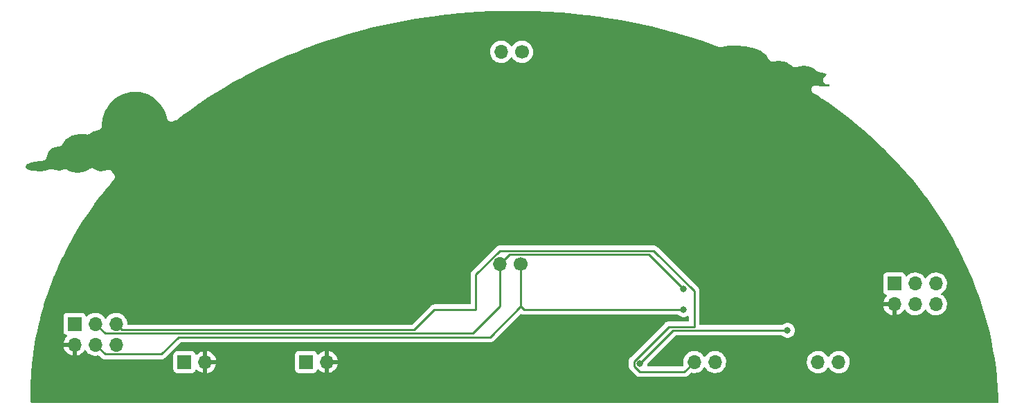
<source format=gtl>
%TF.GenerationSoftware,KiCad,Pcbnew,(6.0.4-0)*%
%TF.CreationDate,2022-05-11T16:30:09-04:00*%
%TF.ProjectId,sky_base,736b795f-6261-4736-952e-6b696361645f,v02*%
%TF.SameCoordinates,Original*%
%TF.FileFunction,Copper,L1,Top*%
%TF.FilePolarity,Positive*%
%FSLAX46Y46*%
G04 Gerber Fmt 4.6, Leading zero omitted, Abs format (unit mm)*
G04 Created by KiCad (PCBNEW (6.0.4-0)) date 2022-05-11 16:30:09*
%MOMM*%
%LPD*%
G01*
G04 APERTURE LIST*
%TA.AperFunction,ComponentPad*%
%ADD10R,1.700000X1.700000*%
%TD*%
%TA.AperFunction,ComponentPad*%
%ADD11O,1.700000X1.700000*%
%TD*%
%TA.AperFunction,ComponentPad*%
%ADD12C,1.700000*%
%TD*%
%TA.AperFunction,ViaPad*%
%ADD13C,0.800000*%
%TD*%
%TA.AperFunction,Conductor*%
%ADD14C,0.254000*%
%TD*%
G04 APERTURE END LIST*
D10*
%TO.P,J2,1,Pin_1*%
%TO.N,VCC*%
X109140692Y-115642067D03*
D11*
%TO.P,J2,2,Pin_2*%
%TO.N,GND*%
X111680692Y-115642067D03*
%TO.P,J2,3,Pin_3*%
%TO.N,Net-(J2-Pad3)*%
X147870692Y-77642067D03*
D12*
%TO.P,J2,4,Pin_4*%
%TO.N,Net-(J1-Pad4)*%
X150410692Y-77642067D03*
D11*
%TO.P,J2,5,Pin_5*%
%TO.N,Net-(J1-Pad5)*%
X186600692Y-115642067D03*
%TO.P,J2,6,Pin_6*%
%TO.N,Net-(J1-Pad6)*%
X189140692Y-115642067D03*
%TD*%
D10*
%TO.P,J4,1,Pin_1*%
%TO.N,VCC*%
X124008147Y-115628821D03*
D11*
%TO.P,J4,2,Pin_2*%
%TO.N,GND*%
X126548147Y-115628821D03*
%TO.P,J4,3,Pin_3*%
%TO.N,Net-(J2-Pad3)*%
X147738147Y-103628821D03*
D12*
%TO.P,J4,4,Pin_4*%
%TO.N,Net-(J1-Pad4)*%
X150278147Y-103628821D03*
D11*
%TO.P,J4,5,Pin_5*%
%TO.N,Net-(J1-Pad5)*%
X171468147Y-115628821D03*
%TO.P,J4,6,Pin_6*%
%TO.N,Net-(J1-Pad6)*%
X174008147Y-115628821D03*
%TD*%
D10*
%TO.P,J3,1,Pin_1*%
%TO.N,VCC*%
X95701555Y-110962504D03*
D11*
%TO.P,J3,2,Pin_2*%
%TO.N,GND*%
X95701555Y-113502504D03*
%TO.P,J3,3,Pin_3*%
%TO.N,Net-(J2-Pad3)*%
X98241555Y-110962504D03*
%TO.P,J3,4,Pin_4*%
%TO.N,Net-(J1-Pad4)*%
X98241555Y-113502504D03*
%TO.P,J3,5,Pin_5*%
%TO.N,Net-(J1-Pad5)*%
X100781555Y-110962504D03*
%TO.P,J3,6,Pin_6*%
%TO.N,Net-(J1-Pad6)*%
X100781555Y-113502504D03*
%TD*%
D10*
%TO.P,J1,1,Pin_1*%
%TO.N,VCC*%
X195939062Y-106023449D03*
D11*
%TO.P,J1,2,Pin_2*%
%TO.N,GND*%
X195939062Y-108563449D03*
%TO.P,J1,3,Pin_3*%
%TO.N,Net-(J2-Pad3)*%
X198479062Y-106023449D03*
%TO.P,J1,4,Pin_4*%
%TO.N,Net-(J1-Pad4)*%
X198479062Y-108563449D03*
%TO.P,J1,5,Pin_5*%
%TO.N,Net-(J1-Pad5)*%
X201019062Y-106023449D03*
%TO.P,J1,6,Pin_6*%
%TO.N,Net-(J1-Pad6)*%
X201019062Y-108563449D03*
%TD*%
D13*
%TO.N,VCC*%
X182880000Y-111760000D03*
X164836168Y-115832515D03*
%TO.N,Net-(J1-Pad4)*%
X170180000Y-109220000D03*
%TO.N,Net-(J2-Pad3)*%
X170180000Y-106680000D03*
%TD*%
D14*
%TO.N,VCC*%
X164836168Y-115832515D02*
X168908683Y-111760000D01*
X168908683Y-111760000D02*
X182880000Y-111760000D01*
%TO.N,Net-(J1-Pad4)*%
X150696294Y-109220000D02*
X150278147Y-108801853D01*
X150278147Y-108801853D02*
X150278147Y-103628821D01*
X99418066Y-114679015D02*
X106300985Y-114679015D01*
X146487465Y-112592535D02*
X150278147Y-108801853D01*
X98241555Y-113502504D02*
X99418066Y-114679015D01*
X108387465Y-112592535D02*
X146487465Y-112592535D01*
X170180000Y-109220000D02*
X150696294Y-109220000D01*
X106300985Y-114679015D02*
X108387465Y-112592535D01*
%TO.N,Net-(J1-Pad5)*%
X171468147Y-106940704D02*
X171468147Y-111306480D01*
X137234505Y-111685495D02*
X139700000Y-109220000D01*
X101504546Y-111685495D02*
X137234505Y-111685495D01*
X171468147Y-111306480D02*
X168334760Y-111306480D01*
X164109657Y-116133447D02*
X164816210Y-116840000D01*
X144780000Y-109220000D02*
X144780000Y-104923129D01*
X168334760Y-111306480D02*
X164109657Y-115531583D01*
X170256968Y-116840000D02*
X171468147Y-115628821D01*
X100781555Y-110962504D02*
X101504546Y-111685495D01*
X166526233Y-101998790D02*
X171468147Y-106940704D01*
X147704339Y-101998790D02*
X166526233Y-101998790D01*
X139700000Y-109220000D02*
X144780000Y-109220000D01*
X164816210Y-116840000D02*
X170256968Y-116840000D01*
X164109657Y-115531583D02*
X164109657Y-116133447D01*
X144780000Y-104923129D02*
X147704339Y-101998790D01*
%TO.N,Net-(J2-Pad3)*%
X147738147Y-108801853D02*
X147738147Y-103628821D01*
X165952310Y-102452310D02*
X148914658Y-102452310D01*
X99418066Y-112139015D02*
X144400985Y-112139015D01*
X148914658Y-102452310D02*
X147738147Y-103628821D01*
X144400985Y-112139015D02*
X147738147Y-108801853D01*
X98241555Y-110962504D02*
X99418066Y-112139015D01*
X170180000Y-106680000D02*
X165952310Y-102452310D01*
%TD*%
%TA.AperFunction,Conductor*%
%TO.N,GND*%
G36*
X149478299Y-72614197D02*
G01*
X149526808Y-72616302D01*
X149526809Y-72616302D01*
X149535774Y-72616691D01*
X149542735Y-72614979D01*
X149551545Y-72614583D01*
X150389315Y-72622022D01*
X150823558Y-72625878D01*
X150825758Y-72625918D01*
X152155727Y-72661373D01*
X152157874Y-72661448D01*
X153236241Y-72709378D01*
X153480289Y-72720225D01*
X153482523Y-72720344D01*
X153794530Y-72739768D01*
X154796812Y-72802164D01*
X154798982Y-72802319D01*
X155253511Y-72838725D01*
X156105042Y-72906931D01*
X156107270Y-72907130D01*
X157404584Y-73034251D01*
X157406807Y-73034488D01*
X158364386Y-73145509D01*
X158695356Y-73183881D01*
X158697561Y-73184157D01*
X158887631Y-73209620D01*
X159976768Y-73355527D01*
X159978982Y-73355843D01*
X160196605Y-73388939D01*
X161248827Y-73548961D01*
X161250926Y-73549299D01*
X162511022Y-73763895D01*
X162513136Y-73764275D01*
X163763050Y-74000058D01*
X163765135Y-74000471D01*
X165004638Y-74257193D01*
X165006734Y-74257647D01*
X165789580Y-74434371D01*
X166235598Y-74535058D01*
X166237783Y-74535572D01*
X167455401Y-74833338D01*
X167457579Y-74833891D01*
X167839483Y-74934537D01*
X168663966Y-75151820D01*
X168666060Y-75152391D01*
X169076402Y-75268411D01*
X169860865Y-75490210D01*
X169863030Y-75490843D01*
X171045831Y-75848248D01*
X171047988Y-75848921D01*
X172218599Y-76225686D01*
X172220747Y-76226399D01*
X173371078Y-76619597D01*
X173378775Y-76622228D01*
X173380902Y-76622977D01*
X174468754Y-77016859D01*
X174483843Y-77024183D01*
X174490255Y-77027002D01*
X174497880Y-77031745D01*
X174506529Y-77034157D01*
X174506531Y-77034158D01*
X174545482Y-77045021D01*
X174554530Y-77047916D01*
X174561636Y-77050489D01*
X174561643Y-77050491D01*
X174565858Y-77052017D01*
X174570257Y-77052932D01*
X174570256Y-77052932D01*
X174580293Y-77055021D01*
X174588462Y-77057007D01*
X174638184Y-77070874D01*
X174647162Y-77070762D01*
X174655334Y-77071828D01*
X174663561Y-77072346D01*
X174672350Y-77074175D01*
X174681297Y-77073464D01*
X174681304Y-77073464D01*
X174723805Y-77070084D01*
X174732215Y-77069697D01*
X174739655Y-77069604D01*
X174745223Y-77069535D01*
X174745225Y-77069535D01*
X174750093Y-77069474D01*
X174761267Y-77067590D01*
X174772218Y-77066234D01*
X174817549Y-77062630D01*
X174825933Y-77059437D01*
X174825935Y-77059437D01*
X174827242Y-77058939D01*
X174851139Y-77052443D01*
X175654520Y-76917034D01*
X175668588Y-76915471D01*
X176565590Y-76866544D01*
X176581787Y-76866704D01*
X177803420Y-76957575D01*
X177822989Y-76960592D01*
X178134942Y-77034158D01*
X178878156Y-77209427D01*
X178900184Y-77216823D01*
X179727029Y-77582385D01*
X179753863Y-77598500D01*
X180262162Y-77997356D01*
X180284782Y-78015106D01*
X180315855Y-78050777D01*
X180333672Y-78081343D01*
X180599688Y-78537699D01*
X180607588Y-78553782D01*
X180614692Y-78571292D01*
X180614694Y-78571296D01*
X180618069Y-78579614D01*
X180623642Y-78586650D01*
X180623644Y-78586653D01*
X180640977Y-78608534D01*
X180640987Y-78608548D01*
X180640998Y-78608567D01*
X180641037Y-78608616D01*
X180641039Y-78608619D01*
X180646891Y-78616005D01*
X180666690Y-78640995D01*
X180708510Y-78693792D01*
X180708528Y-78693805D01*
X180708544Y-78693825D01*
X180772084Y-78738832D01*
X180772093Y-78738843D01*
X180772095Y-78738840D01*
X180827362Y-78777996D01*
X180827383Y-78778003D01*
X180827404Y-78778018D01*
X180836011Y-78780984D01*
X180836012Y-78780984D01*
X180899457Y-78802844D01*
X180899469Y-78802848D01*
X180956461Y-78822491D01*
X180956462Y-78822491D01*
X180965070Y-78825458D01*
X180965093Y-78825459D01*
X180965116Y-78825467D01*
X181037773Y-78828909D01*
X181037782Y-78828910D01*
X181076797Y-78830761D01*
X181076799Y-78830761D01*
X181076862Y-78830764D01*
X181076886Y-78830761D01*
X181110611Y-78832359D01*
X181141523Y-78824887D01*
X181157657Y-78822082D01*
X181824044Y-78750476D01*
X181859516Y-78751693D01*
X182849002Y-78927271D01*
X182905684Y-78952932D01*
X183116789Y-79121775D01*
X183419817Y-79364139D01*
X183437256Y-79381093D01*
X183438894Y-79383026D01*
X183444697Y-79389876D01*
X183452184Y-79394819D01*
X183452186Y-79394820D01*
X183481692Y-79414297D01*
X183490980Y-79421056D01*
X183496545Y-79425507D01*
X183513579Y-79435542D01*
X183519009Y-79438931D01*
X183566257Y-79470121D01*
X183574838Y-79472766D01*
X183578649Y-79474566D01*
X183582528Y-79476161D01*
X183590264Y-79480718D01*
X183645163Y-79494612D01*
X183651332Y-79496343D01*
X183705453Y-79513024D01*
X183714426Y-79513154D01*
X183718573Y-79513810D01*
X183722771Y-79514255D01*
X183731469Y-79516456D01*
X183740436Y-79516128D01*
X183740438Y-79516128D01*
X183788035Y-79514386D01*
X183794465Y-79514315D01*
X183812495Y-79514576D01*
X183812500Y-79514576D01*
X183817359Y-79514646D01*
X183822167Y-79513968D01*
X183822175Y-79513968D01*
X183823690Y-79513754D01*
X183836664Y-79512605D01*
X183877029Y-79511127D01*
X183891669Y-79506258D01*
X183913854Y-79501050D01*
X184812256Y-79374471D01*
X184850305Y-79374913D01*
X185838919Y-79537687D01*
X185892735Y-79560242D01*
X186091096Y-79705042D01*
X186487503Y-79994413D01*
X186491908Y-79997779D01*
X186538590Y-80035112D01*
X186546889Y-80038524D01*
X186546892Y-80038526D01*
X186577097Y-80050946D01*
X186588293Y-80056206D01*
X186617136Y-80071529D01*
X186617144Y-80071532D01*
X186625069Y-80075742D01*
X186687763Y-80088700D01*
X186691635Y-80089565D01*
X187538124Y-80292800D01*
X187599692Y-80328152D01*
X187632374Y-80391179D01*
X187625793Y-80461870D01*
X187600655Y-80501467D01*
X187391041Y-80725189D01*
X187381341Y-80734494D01*
X187358353Y-80754301D01*
X187358351Y-80754303D01*
X187351555Y-80760159D01*
X187346673Y-80767691D01*
X187346672Y-80767692D01*
X187318068Y-80811822D01*
X187315595Y-80815494D01*
X187280277Y-80865960D01*
X187277512Y-80874138D01*
X187277024Y-80875145D01*
X187272330Y-80882387D01*
X187269756Y-80890994D01*
X187254689Y-80941375D01*
X187253341Y-80945608D01*
X187233614Y-81003941D01*
X187233255Y-81012557D01*
X187233068Y-81013671D01*
X187230596Y-81021938D01*
X187230541Y-81030908D01*
X187230541Y-81030909D01*
X187230220Y-81083506D01*
X187230114Y-81087960D01*
X187227551Y-81149472D01*
X187229624Y-81157839D01*
X187229759Y-81158971D01*
X187229706Y-81167593D01*
X187232174Y-81176228D01*
X187246615Y-81226758D01*
X187247768Y-81231082D01*
X187260418Y-81282142D01*
X187260421Y-81282149D01*
X187262578Y-81290856D01*
X187266921Y-81298313D01*
X187267364Y-81299353D01*
X187269733Y-81307643D01*
X187292422Y-81343603D01*
X187302563Y-81359675D01*
X187304885Y-81363503D01*
X187327666Y-81402621D01*
X187335879Y-81416725D01*
X187342137Y-81422660D01*
X187342857Y-81423537D01*
X187347458Y-81430830D01*
X187354181Y-81436768D01*
X187354184Y-81436771D01*
X187393603Y-81471584D01*
X187396878Y-81474581D01*
X187441561Y-81516962D01*
X187449235Y-81520903D01*
X187450168Y-81521540D01*
X187456633Y-81527250D01*
X187501004Y-81548082D01*
X187512344Y-81553406D01*
X187516360Y-81555380D01*
X187563141Y-81579407D01*
X187563145Y-81579408D01*
X187571129Y-81583509D01*
X187579595Y-81585138D01*
X187580679Y-81585490D01*
X187588482Y-81589153D01*
X187597345Y-81590533D01*
X187597348Y-81590534D01*
X187649329Y-81598628D01*
X187653735Y-81599395D01*
X187696217Y-81607564D01*
X187715752Y-81617625D01*
X187725522Y-81611684D01*
X187746113Y-81607987D01*
X187746558Y-81607945D01*
X187757224Y-81606934D01*
X187769112Y-81606372D01*
X187893002Y-81606372D01*
X187901122Y-81606634D01*
X187913688Y-81607446D01*
X187937341Y-81608974D01*
X188004030Y-81633327D01*
X188046966Y-81689869D01*
X188052518Y-81760648D01*
X188018922Y-81823193D01*
X187956845Y-81857645D01*
X187936681Y-81860490D01*
X187901337Y-81862584D01*
X187890766Y-81862765D01*
X187789803Y-81860255D01*
X187754872Y-81859386D01*
X187712067Y-81845653D01*
X187684454Y-81856721D01*
X187669298Y-81857258D01*
X187225391Y-81846218D01*
X187148701Y-81844311D01*
X187137322Y-81843512D01*
X186384262Y-81756199D01*
X186380509Y-81755706D01*
X186325434Y-81747637D01*
X186316554Y-81746336D01*
X186279710Y-81751491D01*
X186265641Y-81752660D01*
X186251864Y-81753029D01*
X186237429Y-81753416D01*
X186237427Y-81753416D01*
X186228454Y-81753657D01*
X186219908Y-81756407D01*
X186219906Y-81756407D01*
X186211289Y-81759180D01*
X186190166Y-81764019D01*
X186172302Y-81766518D01*
X186164120Y-81770206D01*
X186164114Y-81770208D01*
X186138390Y-81781804D01*
X186125209Y-81786878D01*
X186089798Y-81798272D01*
X186082367Y-81803310D01*
X186074876Y-81808388D01*
X186055951Y-81818965D01*
X186047698Y-81822685D01*
X186047693Y-81822688D01*
X186039512Y-81826376D01*
X186016994Y-81845653D01*
X186011258Y-81850563D01*
X186000025Y-81859137D01*
X185969237Y-81880010D01*
X185957750Y-81893913D01*
X185942560Y-81909370D01*
X185935681Y-81915258D01*
X185935678Y-81915262D01*
X185928860Y-81921098D01*
X185908519Y-81952260D01*
X185900161Y-81963617D01*
X185876462Y-81992300D01*
X185869340Y-82008866D01*
X185859100Y-82027964D01*
X185849240Y-82043069D01*
X185846640Y-82051662D01*
X185846639Y-82051664D01*
X185838469Y-82078666D01*
X185833625Y-82091940D01*
X185824170Y-82113934D01*
X185818933Y-82126115D01*
X185817845Y-82135025D01*
X185816747Y-82144014D01*
X185812275Y-82165233D01*
X185807055Y-82182484D01*
X185806971Y-82191463D01*
X185806707Y-82219667D01*
X185805784Y-82233763D01*
X185801273Y-82270699D01*
X185802729Y-82279554D01*
X185802729Y-82279561D01*
X185804197Y-82288490D01*
X185805861Y-82310102D01*
X185805693Y-82328136D01*
X185808131Y-82336773D01*
X185808132Y-82336779D01*
X185815799Y-82363939D01*
X185818868Y-82377725D01*
X185823446Y-82405565D01*
X185823448Y-82405571D01*
X185824904Y-82414427D01*
X185832233Y-82429698D01*
X185832703Y-82430678D01*
X185840365Y-82450954D01*
X185845266Y-82468314D01*
X185857401Y-82487685D01*
X185865017Y-82499843D01*
X185871832Y-82512215D01*
X185887924Y-82545746D01*
X185893923Y-82552423D01*
X185893924Y-82552425D01*
X185899972Y-82559157D01*
X185913017Y-82576469D01*
X185917822Y-82584140D01*
X185917828Y-82584147D01*
X185922592Y-82591752D01*
X185929301Y-82597716D01*
X185950397Y-82616469D01*
X185960413Y-82626433D01*
X185985267Y-82654098D01*
X186019552Y-82675326D01*
X186044273Y-82690632D01*
X186046172Y-82691831D01*
X186543435Y-83012115D01*
X187121351Y-83384349D01*
X187123974Y-83386085D01*
X188069685Y-84029752D01*
X188178154Y-84103578D01*
X188180763Y-84105403D01*
X189165667Y-84812831D01*
X189213718Y-84847345D01*
X189216263Y-84849222D01*
X190227576Y-85614977D01*
X190230023Y-85616877D01*
X190649323Y-85951266D01*
X191219229Y-86405762D01*
X191221673Y-86407762D01*
X192188314Y-87219098D01*
X192190702Y-87221153D01*
X192942635Y-87885024D01*
X193134384Y-88054317D01*
X193136706Y-88056420D01*
X193745295Y-88621394D01*
X194056972Y-88910734D01*
X194059247Y-88912899D01*
X194529561Y-89371875D01*
X194955645Y-89787688D01*
X194957858Y-89789902D01*
X195809931Y-90663959D01*
X195830032Y-90684579D01*
X195832188Y-90686847D01*
X196103766Y-90979702D01*
X196679577Y-91600624D01*
X196681680Y-91602950D01*
X197421140Y-92441376D01*
X197503947Y-92535266D01*
X197506001Y-92537654D01*
X198302736Y-93487881D01*
X198304733Y-93490324D01*
X199075381Y-94457649D01*
X199077322Y-94460149D01*
X199821523Y-95443999D01*
X199823406Y-95446555D01*
X200540733Y-96446270D01*
X200542559Y-96448884D01*
X201232570Y-97463789D01*
X201234294Y-97466395D01*
X201896600Y-98495891D01*
X201898263Y-98498550D01*
X202532357Y-99541854D01*
X202533987Y-99544615D01*
X203124932Y-100575735D01*
X203139455Y-100601076D01*
X203141035Y-100603917D01*
X203613756Y-101480573D01*
X203717505Y-101672975D01*
X203719024Y-101675883D01*
X204040373Y-102310890D01*
X204265969Y-102756684D01*
X204267412Y-102759632D01*
X204463407Y-103173564D01*
X204784485Y-103851666D01*
X204785873Y-103854699D01*
X205272624Y-104957246D01*
X205273942Y-104960342D01*
X205509453Y-105534855D01*
X205590107Y-105731605D01*
X205729986Y-106072832D01*
X205731228Y-106075984D01*
X206154846Y-107194345D01*
X206156057Y-107197543D01*
X206157220Y-107200745D01*
X206277398Y-107546109D01*
X206550495Y-108330930D01*
X206551588Y-108334216D01*
X206742852Y-108936726D01*
X206903484Y-109442741D01*
X206912832Y-109472190D01*
X206913841Y-109475526D01*
X207242685Y-110620804D01*
X207243593Y-110624144D01*
X207478573Y-111538532D01*
X207539582Y-111775939D01*
X207540423Y-111779415D01*
X207803150Y-112937109D01*
X207803899Y-112940645D01*
X208032937Y-114103536D01*
X208033591Y-114107133D01*
X208105958Y-114540524D01*
X208224671Y-115251476D01*
X208228526Y-115274565D01*
X208229080Y-115278204D01*
X208389520Y-116449693D01*
X208389965Y-116453341D01*
X208498632Y-117470453D01*
X208515471Y-117628066D01*
X208515816Y-117631830D01*
X208605973Y-118809103D01*
X208606207Y-118812918D01*
X208657569Y-119926332D01*
X208660607Y-119992197D01*
X208660726Y-119996058D01*
X208669153Y-120542019D01*
X208650205Y-120610441D01*
X208597273Y-120657756D01*
X208543124Y-120669964D01*
X118938744Y-120638289D01*
X90423645Y-120628209D01*
X90355532Y-120608183D01*
X90309058Y-120554511D01*
X90297759Y-120506364D01*
X90295002Y-120422810D01*
X90294934Y-120419243D01*
X90291690Y-119724572D01*
X90291707Y-119721884D01*
X90312936Y-118448511D01*
X90313076Y-118444311D01*
X90376215Y-117183150D01*
X90376494Y-117178965D01*
X90429831Y-116540201D01*
X107782192Y-116540201D01*
X107788947Y-116602383D01*
X107840077Y-116738772D01*
X107927431Y-116855328D01*
X108043987Y-116942682D01*
X108180376Y-116993812D01*
X108242558Y-117000567D01*
X110038826Y-117000567D01*
X110101008Y-116993812D01*
X110237397Y-116942682D01*
X110353953Y-116855328D01*
X110441307Y-116738772D01*
X110485490Y-116620915D01*
X110528132Y-116564151D01*
X110594693Y-116539451D01*
X110664042Y-116554659D01*
X110698709Y-116582647D01*
X110723910Y-116611740D01*
X110731272Y-116618950D01*
X110895126Y-116754983D01*
X110903573Y-116760898D01*
X111087448Y-116868346D01*
X111096734Y-116872796D01*
X111295693Y-116948770D01*
X111305591Y-116951646D01*
X111408942Y-116972673D01*
X111422991Y-116971477D01*
X111426692Y-116961132D01*
X111426692Y-116960584D01*
X111934692Y-116960584D01*
X111938756Y-116974426D01*
X111952170Y-116976460D01*
X111958876Y-116975601D01*
X111968954Y-116973459D01*
X112172947Y-116912258D01*
X112182534Y-116908500D01*
X112373787Y-116814806D01*
X112382637Y-116809531D01*
X112556020Y-116685859D01*
X112563892Y-116679206D01*
X112714744Y-116528879D01*
X112716381Y-116526955D01*
X122649647Y-116526955D01*
X122656402Y-116589137D01*
X122707532Y-116725526D01*
X122794886Y-116842082D01*
X122911442Y-116929436D01*
X123047831Y-116980566D01*
X123110013Y-116987321D01*
X124906281Y-116987321D01*
X124968463Y-116980566D01*
X125104852Y-116929436D01*
X125221408Y-116842082D01*
X125308762Y-116725526D01*
X125314319Y-116710704D01*
X125352945Y-116607669D01*
X125395587Y-116550905D01*
X125462148Y-116526205D01*
X125531497Y-116541413D01*
X125566164Y-116569401D01*
X125591365Y-116598494D01*
X125598727Y-116605704D01*
X125762581Y-116741737D01*
X125771028Y-116747652D01*
X125954903Y-116855100D01*
X125964189Y-116859550D01*
X126163148Y-116935524D01*
X126173046Y-116938400D01*
X126276397Y-116959427D01*
X126290446Y-116958231D01*
X126294147Y-116947886D01*
X126294147Y-116947338D01*
X126802147Y-116947338D01*
X126806211Y-116961180D01*
X126819625Y-116963214D01*
X126826331Y-116962355D01*
X126836409Y-116960213D01*
X127040402Y-116899012D01*
X127049989Y-116895254D01*
X127241242Y-116801560D01*
X127250092Y-116796285D01*
X127423475Y-116672613D01*
X127431347Y-116665960D01*
X127582199Y-116515633D01*
X127588877Y-116507786D01*
X127713150Y-116334841D01*
X127718460Y-116326004D01*
X127812817Y-116135088D01*
X127816616Y-116125493D01*
X127878524Y-115921731D01*
X127880702Y-115911658D01*
X127882133Y-115900783D01*
X127879922Y-115886599D01*
X127866764Y-115882821D01*
X126820262Y-115882821D01*
X126805023Y-115887296D01*
X126803818Y-115888686D01*
X126802147Y-115896369D01*
X126802147Y-116947338D01*
X126294147Y-116947338D01*
X126294147Y-115356706D01*
X126802147Y-115356706D01*
X126806622Y-115371945D01*
X126808012Y-115373150D01*
X126815695Y-115374821D01*
X127866491Y-115374821D01*
X127880022Y-115370848D01*
X127881327Y-115361768D01*
X127839361Y-115194696D01*
X127836041Y-115184945D01*
X127751119Y-114989635D01*
X127746252Y-114980560D01*
X127630573Y-114801747D01*
X127624283Y-114793578D01*
X127480953Y-114636061D01*
X127473420Y-114629036D01*
X127306286Y-114497043D01*
X127297699Y-114491338D01*
X127111264Y-114388420D01*
X127101852Y-114384190D01*
X126901106Y-114313101D01*
X126891135Y-114310467D01*
X126819984Y-114297793D01*
X126806687Y-114299253D01*
X126802147Y-114313810D01*
X126802147Y-115356706D01*
X126294147Y-115356706D01*
X126294147Y-114311923D01*
X126290229Y-114298579D01*
X126275953Y-114296592D01*
X126237471Y-114302481D01*
X126227435Y-114304872D01*
X126025015Y-114371033D01*
X126015506Y-114375030D01*
X125826610Y-114473363D01*
X125817885Y-114478857D01*
X125647580Y-114606726D01*
X125639873Y-114613569D01*
X125562625Y-114694405D01*
X125501101Y-114729835D01*
X125430189Y-114726378D01*
X125372402Y-114685132D01*
X125353549Y-114651584D01*
X125311914Y-114540524D01*
X125308762Y-114532116D01*
X125221408Y-114415560D01*
X125104852Y-114328206D01*
X124968463Y-114277076D01*
X124906281Y-114270321D01*
X123110013Y-114270321D01*
X123047831Y-114277076D01*
X122911442Y-114328206D01*
X122794886Y-114415560D01*
X122707532Y-114532116D01*
X122656402Y-114668505D01*
X122649647Y-114730687D01*
X122649647Y-116526955D01*
X112716381Y-116526955D01*
X112721422Y-116521032D01*
X112845695Y-116348087D01*
X112851005Y-116339250D01*
X112945362Y-116148334D01*
X112949161Y-116138739D01*
X113011069Y-115934977D01*
X113013247Y-115924904D01*
X113014678Y-115914029D01*
X113012467Y-115899845D01*
X112999309Y-115896067D01*
X111952807Y-115896067D01*
X111937568Y-115900542D01*
X111936363Y-115901932D01*
X111934692Y-115909615D01*
X111934692Y-116960584D01*
X111426692Y-116960584D01*
X111426692Y-115369952D01*
X111934692Y-115369952D01*
X111939167Y-115385191D01*
X111940557Y-115386396D01*
X111948240Y-115388067D01*
X112999036Y-115388067D01*
X113012567Y-115384094D01*
X113013872Y-115375014D01*
X112971906Y-115207942D01*
X112968586Y-115198191D01*
X112883664Y-115002881D01*
X112878797Y-114993806D01*
X112763118Y-114814993D01*
X112756828Y-114806824D01*
X112613498Y-114649307D01*
X112605965Y-114642282D01*
X112438831Y-114510289D01*
X112430244Y-114504584D01*
X112243809Y-114401666D01*
X112234397Y-114397436D01*
X112033651Y-114326347D01*
X112023680Y-114323713D01*
X111952529Y-114311039D01*
X111939232Y-114312499D01*
X111934692Y-114327056D01*
X111934692Y-115369952D01*
X111426692Y-115369952D01*
X111426692Y-114325169D01*
X111422774Y-114311825D01*
X111408498Y-114309838D01*
X111370016Y-114315727D01*
X111359980Y-114318118D01*
X111157560Y-114384279D01*
X111148051Y-114388276D01*
X110959155Y-114486609D01*
X110950430Y-114492103D01*
X110780125Y-114619972D01*
X110772418Y-114626815D01*
X110695170Y-114707651D01*
X110633646Y-114743081D01*
X110562734Y-114739624D01*
X110504947Y-114698378D01*
X110486094Y-114664830D01*
X110444459Y-114553770D01*
X110441307Y-114545362D01*
X110353953Y-114428806D01*
X110237397Y-114341452D01*
X110101008Y-114290322D01*
X110038826Y-114283567D01*
X108242558Y-114283567D01*
X108180376Y-114290322D01*
X108043987Y-114341452D01*
X107927431Y-114428806D01*
X107840077Y-114545362D01*
X107788947Y-114681751D01*
X107782192Y-114743933D01*
X107782192Y-116540201D01*
X90429831Y-116540201D01*
X90444859Y-116360225D01*
X90481067Y-115926602D01*
X90481482Y-115922467D01*
X90481569Y-115921731D01*
X90626954Y-114679304D01*
X90627504Y-114675195D01*
X90628292Y-114669968D01*
X90763806Y-113770470D01*
X94369812Y-113770470D01*
X94400120Y-113904950D01*
X94403200Y-113914779D01*
X94483325Y-114112107D01*
X94487968Y-114121298D01*
X94599249Y-114302892D01*
X94605332Y-114311203D01*
X94744768Y-114472171D01*
X94752135Y-114479387D01*
X94915989Y-114615420D01*
X94924436Y-114621335D01*
X95108311Y-114728783D01*
X95117597Y-114733233D01*
X95316556Y-114809207D01*
X95326454Y-114812083D01*
X95429805Y-114833110D01*
X95443854Y-114831914D01*
X95447555Y-114821569D01*
X95447555Y-113774619D01*
X95443080Y-113759380D01*
X95441690Y-113758175D01*
X95434007Y-113756504D01*
X94384780Y-113756504D01*
X94371249Y-113760477D01*
X94369812Y-113770470D01*
X90763806Y-113770470D01*
X90813339Y-113441682D01*
X90814021Y-113437607D01*
X90844042Y-113274846D01*
X91015248Y-112346622D01*
X91039703Y-112214035D01*
X91040515Y-112210002D01*
X91116827Y-111860638D01*
X94343055Y-111860638D01*
X94349810Y-111922820D01*
X94400940Y-112059209D01*
X94488294Y-112175765D01*
X94604850Y-112263119D01*
X94613259Y-112266271D01*
X94613260Y-112266272D01*
X94722515Y-112307230D01*
X94779280Y-112349871D01*
X94803980Y-112416433D01*
X94788773Y-112485782D01*
X94769380Y-112512263D01*
X94646145Y-112641221D01*
X94639659Y-112649231D01*
X94519653Y-112825153D01*
X94514555Y-112834127D01*
X94424893Y-113027287D01*
X94421330Y-113036974D01*
X94365944Y-113236687D01*
X94367467Y-113245111D01*
X94379847Y-113248504D01*
X95829555Y-113248504D01*
X95897676Y-113268506D01*
X95944169Y-113322162D01*
X95955555Y-113374504D01*
X95955555Y-114821021D01*
X95959619Y-114834863D01*
X95973033Y-114836897D01*
X95979739Y-114836038D01*
X95989817Y-114833896D01*
X96193810Y-114772695D01*
X96203397Y-114768937D01*
X96394650Y-114675243D01*
X96403500Y-114669968D01*
X96576883Y-114546296D01*
X96584755Y-114539643D01*
X96735607Y-114389316D01*
X96742285Y-114381469D01*
X96869577Y-114204323D01*
X96870834Y-114205226D01*
X96917928Y-114161866D01*
X96987866Y-114149649D01*
X97053306Y-114177182D01*
X97081134Y-114209015D01*
X97141542Y-114307592D01*
X97287805Y-114476442D01*
X97367245Y-114542394D01*
X97452976Y-114613569D01*
X97459681Y-114619136D01*
X97652555Y-114731842D01*
X97657380Y-114733684D01*
X97657381Y-114733685D01*
X97672934Y-114739624D01*
X97861247Y-114811534D01*
X97866315Y-114812565D01*
X97866318Y-114812566D01*
X97961417Y-114831914D01*
X98080152Y-114856071D01*
X98085327Y-114856261D01*
X98085329Y-114856261D01*
X98298228Y-114864068D01*
X98298232Y-114864068D01*
X98303392Y-114864257D01*
X98308512Y-114863601D01*
X98308514Y-114863601D01*
X98381969Y-114854191D01*
X98524971Y-114835872D01*
X98529924Y-114834386D01*
X98529929Y-114834385D01*
X98559572Y-114825491D01*
X98569206Y-114822601D01*
X98640201Y-114822183D01*
X98694509Y-114854191D01*
X98912816Y-115072498D01*
X98920392Y-115080824D01*
X98924513Y-115087318D01*
X98930288Y-115092741D01*
X98974331Y-115134100D01*
X98977173Y-115136855D01*
X98996972Y-115156654D01*
X99000097Y-115159078D01*
X99000106Y-115159086D01*
X99000192Y-115159152D01*
X99009217Y-115166860D01*
X99041560Y-115197232D01*
X99048504Y-115201050D01*
X99048506Y-115201051D01*
X99059395Y-115207037D01*
X99075913Y-115217888D01*
X99091999Y-115230365D01*
X99132732Y-115247991D01*
X99143380Y-115253208D01*
X99155008Y-115259600D01*
X99182263Y-115274584D01*
X99189938Y-115276555D01*
X99189944Y-115276557D01*
X99201977Y-115279646D01*
X99220679Y-115286049D01*
X99239358Y-115294132D01*
X99272884Y-115299442D01*
X99283193Y-115301075D01*
X99294806Y-115303480D01*
X99337784Y-115314515D01*
X99358131Y-115314515D01*
X99377843Y-115316066D01*
X99397945Y-115319250D01*
X99405837Y-115318504D01*
X99442122Y-115315074D01*
X99453980Y-115314515D01*
X106221965Y-115314515D01*
X106233199Y-115315045D01*
X106240704Y-115316723D01*
X106308997Y-115314577D01*
X106312954Y-115314515D01*
X106340968Y-115314515D01*
X106344893Y-115314019D01*
X106344894Y-115314019D01*
X106344989Y-115314007D01*
X106356834Y-115313074D01*
X106386655Y-115312137D01*
X106393267Y-115311929D01*
X106393268Y-115311929D01*
X106401190Y-115311680D01*
X106420734Y-115306002D01*
X106440097Y-115301992D01*
X106452425Y-115300435D01*
X106452427Y-115300435D01*
X106460284Y-115299442D01*
X106467648Y-115296526D01*
X106467653Y-115296525D01*
X106501541Y-115283108D01*
X106512770Y-115279263D01*
X106529450Y-115274417D01*
X106555378Y-115266884D01*
X106562205Y-115262846D01*
X106562208Y-115262845D01*
X106572891Y-115256527D01*
X106590649Y-115247827D01*
X106602200Y-115243254D01*
X106602206Y-115243250D01*
X106609573Y-115240334D01*
X106618962Y-115233513D01*
X106645473Y-115214251D01*
X106655395Y-115207734D01*
X106686753Y-115189189D01*
X106686757Y-115189186D01*
X106693583Y-115185149D01*
X106707967Y-115170765D01*
X106723001Y-115157924D01*
X106733058Y-115150617D01*
X106739472Y-115145957D01*
X106767763Y-115111759D01*
X106775752Y-115102980D01*
X108613792Y-113264940D01*
X108676104Y-113230914D01*
X108702887Y-113228035D01*
X146408445Y-113228035D01*
X146419679Y-113228565D01*
X146427184Y-113230243D01*
X146495477Y-113228097D01*
X146499434Y-113228035D01*
X146527448Y-113228035D01*
X146531373Y-113227539D01*
X146531374Y-113227539D01*
X146531469Y-113227527D01*
X146543314Y-113226594D01*
X146573135Y-113225657D01*
X146579747Y-113225449D01*
X146579748Y-113225449D01*
X146587670Y-113225200D01*
X146607214Y-113219522D01*
X146626577Y-113215512D01*
X146638905Y-113213955D01*
X146638907Y-113213955D01*
X146646764Y-113212962D01*
X146654128Y-113210046D01*
X146654133Y-113210045D01*
X146688021Y-113196628D01*
X146699250Y-113192783D01*
X146715930Y-113187937D01*
X146741858Y-113180404D01*
X146748685Y-113176366D01*
X146748688Y-113176365D01*
X146759371Y-113170047D01*
X146777129Y-113161347D01*
X146788680Y-113156774D01*
X146788686Y-113156770D01*
X146796053Y-113153854D01*
X146831956Y-113127769D01*
X146841875Y-113121254D01*
X146873233Y-113102709D01*
X146873237Y-113102706D01*
X146880063Y-113098669D01*
X146894447Y-113084285D01*
X146909481Y-113071444D01*
X146919538Y-113064137D01*
X146925952Y-113059477D01*
X146954243Y-113025279D01*
X146962232Y-113016500D01*
X150199971Y-109778762D01*
X150262283Y-109744736D01*
X150333099Y-109749801D01*
X150356810Y-109763012D01*
X150357140Y-109762455D01*
X150363963Y-109766490D01*
X150370227Y-109771349D01*
X150377504Y-109774498D01*
X150410944Y-109788969D01*
X150421605Y-109794192D01*
X150453541Y-109811749D01*
X150453546Y-109811751D01*
X150460491Y-109815569D01*
X150468165Y-109817539D01*
X150468172Y-109817542D01*
X150480207Y-109820632D01*
X150498912Y-109827036D01*
X150510307Y-109831967D01*
X150517586Y-109835117D01*
X150532695Y-109837510D01*
X150561421Y-109842060D01*
X150573034Y-109844465D01*
X150616012Y-109855500D01*
X150636359Y-109855500D01*
X150656070Y-109857051D01*
X150668344Y-109858995D01*
X150676173Y-109860235D01*
X150684065Y-109859489D01*
X150720350Y-109856059D01*
X150732208Y-109855500D01*
X169473601Y-109855500D01*
X169541722Y-109875502D01*
X169558908Y-109890109D01*
X169559420Y-109889540D01*
X169564332Y-109893963D01*
X169568747Y-109898866D01*
X169574086Y-109902745D01*
X169686952Y-109984747D01*
X169723248Y-110011118D01*
X169729276Y-110013802D01*
X169729278Y-110013803D01*
X169891681Y-110086109D01*
X169897712Y-110088794D01*
X169972271Y-110104642D01*
X170078056Y-110127128D01*
X170078061Y-110127128D01*
X170084513Y-110128500D01*
X170275487Y-110128500D01*
X170281939Y-110127128D01*
X170281944Y-110127128D01*
X170387729Y-110104642D01*
X170462288Y-110088794D01*
X170468319Y-110086109D01*
X170630724Y-110013802D01*
X170630725Y-110013801D01*
X170636752Y-110011118D01*
X170642094Y-110007237D01*
X170643644Y-110006342D01*
X170712639Y-109989602D01*
X170779731Y-110012820D01*
X170823620Y-110068626D01*
X170832647Y-110115459D01*
X170832647Y-110544980D01*
X170812645Y-110613101D01*
X170758989Y-110659594D01*
X170706647Y-110670980D01*
X168413792Y-110670980D01*
X168402553Y-110670450D01*
X168395041Y-110668771D01*
X168387116Y-110669020D01*
X168387115Y-110669020D01*
X168326730Y-110670918D01*
X168322772Y-110670980D01*
X168294777Y-110670980D01*
X168290843Y-110671477D01*
X168290841Y-110671477D01*
X168290754Y-110671488D01*
X168278920Y-110672420D01*
X168234555Y-110673815D01*
X168226942Y-110676027D01*
X168226941Y-110676027D01*
X168215012Y-110679493D01*
X168195648Y-110683503D01*
X168183320Y-110685060D01*
X168183318Y-110685060D01*
X168175461Y-110686053D01*
X168168097Y-110688969D01*
X168168092Y-110688970D01*
X168134204Y-110702387D01*
X168122975Y-110706232D01*
X168106295Y-110711078D01*
X168080367Y-110718611D01*
X168073540Y-110722649D01*
X168073537Y-110722650D01*
X168062854Y-110728968D01*
X168045096Y-110737668D01*
X168033545Y-110742241D01*
X168033539Y-110742245D01*
X168026172Y-110745161D01*
X168019761Y-110749819D01*
X168019759Y-110749820D01*
X167990272Y-110771244D01*
X167980350Y-110777761D01*
X167948992Y-110796306D01*
X167948988Y-110796309D01*
X167942162Y-110800346D01*
X167927778Y-110814730D01*
X167912744Y-110827571D01*
X167896273Y-110839538D01*
X167891220Y-110845646D01*
X167867983Y-110873735D01*
X167859993Y-110882515D01*
X163716174Y-115026333D01*
X163707848Y-115033909D01*
X163701354Y-115038030D01*
X163695931Y-115043805D01*
X163654572Y-115087848D01*
X163651817Y-115090690D01*
X163632018Y-115110489D01*
X163629594Y-115113614D01*
X163629586Y-115113623D01*
X163629520Y-115113709D01*
X163621812Y-115122734D01*
X163591440Y-115155077D01*
X163582482Y-115171372D01*
X163581635Y-115172912D01*
X163570784Y-115189430D01*
X163558307Y-115205516D01*
X163540681Y-115246249D01*
X163535464Y-115256897D01*
X163514088Y-115295780D01*
X163512117Y-115303455D01*
X163512115Y-115303461D01*
X163509026Y-115315494D01*
X163502623Y-115334196D01*
X163494540Y-115352875D01*
X163490477Y-115378528D01*
X163487597Y-115396710D01*
X163485192Y-115408323D01*
X163474157Y-115451301D01*
X163474157Y-115471648D01*
X163472606Y-115491359D01*
X163469422Y-115511462D01*
X163470168Y-115519354D01*
X163473598Y-115555639D01*
X163474157Y-115567497D01*
X163474157Y-116054427D01*
X163473627Y-116065661D01*
X163471949Y-116073166D01*
X163472198Y-116081085D01*
X163474095Y-116141459D01*
X163474157Y-116145416D01*
X163474157Y-116173430D01*
X163474653Y-116177355D01*
X163474653Y-116177356D01*
X163474665Y-116177451D01*
X163475598Y-116189296D01*
X163476992Y-116233652D01*
X163479204Y-116241264D01*
X163482670Y-116253195D01*
X163486680Y-116272559D01*
X163489230Y-116292746D01*
X163492146Y-116300110D01*
X163492147Y-116300115D01*
X163505564Y-116334003D01*
X163509409Y-116345232D01*
X163513765Y-116360225D01*
X163521788Y-116387840D01*
X163525826Y-116394667D01*
X163525827Y-116394670D01*
X163532145Y-116405353D01*
X163540845Y-116423111D01*
X163545418Y-116434662D01*
X163545422Y-116434668D01*
X163548338Y-116442035D01*
X163552996Y-116448446D01*
X163552997Y-116448448D01*
X163574421Y-116477935D01*
X163580938Y-116487857D01*
X163599483Y-116519215D01*
X163599486Y-116519219D01*
X163603523Y-116526045D01*
X163617907Y-116540429D01*
X163630748Y-116555463D01*
X163642715Y-116571934D01*
X163672454Y-116596536D01*
X163676907Y-116600220D01*
X163685688Y-116608210D01*
X164310965Y-117233488D01*
X164318535Y-117241807D01*
X164322657Y-117248303D01*
X164328435Y-117253729D01*
X164328436Y-117253730D01*
X164372475Y-117295085D01*
X164375317Y-117297840D01*
X164395116Y-117317639D01*
X164398241Y-117320063D01*
X164398250Y-117320071D01*
X164398336Y-117320137D01*
X164407361Y-117327845D01*
X164439704Y-117358217D01*
X164446648Y-117362035D01*
X164446650Y-117362036D01*
X164457539Y-117368022D01*
X164474057Y-117378873D01*
X164490143Y-117391350D01*
X164530876Y-117408976D01*
X164541524Y-117414193D01*
X164553152Y-117420585D01*
X164580407Y-117435569D01*
X164588082Y-117437540D01*
X164588088Y-117437542D01*
X164600121Y-117440631D01*
X164618823Y-117447034D01*
X164637502Y-117455117D01*
X164671028Y-117460427D01*
X164681337Y-117462060D01*
X164692950Y-117464465D01*
X164735928Y-117475500D01*
X164756275Y-117475500D01*
X164775987Y-117477051D01*
X164796089Y-117480235D01*
X164803981Y-117479489D01*
X164840266Y-117476059D01*
X164852124Y-117475500D01*
X170177948Y-117475500D01*
X170189182Y-117476030D01*
X170196687Y-117477708D01*
X170264980Y-117475562D01*
X170268937Y-117475500D01*
X170296951Y-117475500D01*
X170300876Y-117475004D01*
X170300877Y-117475004D01*
X170300972Y-117474992D01*
X170312817Y-117474059D01*
X170342638Y-117473122D01*
X170349250Y-117472914D01*
X170349251Y-117472914D01*
X170357173Y-117472665D01*
X170376717Y-117466987D01*
X170396080Y-117462977D01*
X170408408Y-117461420D01*
X170408410Y-117461420D01*
X170416267Y-117460427D01*
X170423631Y-117457511D01*
X170423636Y-117457510D01*
X170457524Y-117444093D01*
X170468753Y-117440248D01*
X170485433Y-117435402D01*
X170511361Y-117427869D01*
X170518188Y-117423831D01*
X170518191Y-117423830D01*
X170528874Y-117417512D01*
X170546632Y-117408812D01*
X170558183Y-117404239D01*
X170558189Y-117404235D01*
X170565556Y-117401319D01*
X170574945Y-117394498D01*
X170601456Y-117375236D01*
X170611378Y-117368719D01*
X170642736Y-117350174D01*
X170642740Y-117350171D01*
X170649566Y-117346134D01*
X170663950Y-117331750D01*
X170678984Y-117318909D01*
X170689041Y-117311602D01*
X170695455Y-117306942D01*
X170723741Y-117272750D01*
X170731731Y-117263969D01*
X171015048Y-116980653D01*
X171077360Y-116946628D01*
X171129264Y-116946279D01*
X171306744Y-116982388D01*
X171311919Y-116982578D01*
X171311921Y-116982578D01*
X171524820Y-116990385D01*
X171524824Y-116990385D01*
X171529984Y-116990574D01*
X171535104Y-116989918D01*
X171535106Y-116989918D01*
X171746435Y-116962846D01*
X171746436Y-116962846D01*
X171751563Y-116962189D01*
X171756913Y-116960584D01*
X171960576Y-116899482D01*
X171960581Y-116899480D01*
X171965531Y-116897995D01*
X172166141Y-116799717D01*
X172348007Y-116669994D01*
X172398872Y-116619307D01*
X172452847Y-116565520D01*
X172506243Y-116512310D01*
X172549939Y-116451501D01*
X172636600Y-116330898D01*
X172637923Y-116331849D01*
X172684792Y-116288678D01*
X172754727Y-116276446D01*
X172820173Y-116303965D01*
X172848022Y-116335815D01*
X172908134Y-116433909D01*
X173054397Y-116602759D01*
X173226273Y-116745453D01*
X173419147Y-116858159D01*
X173423972Y-116860001D01*
X173423973Y-116860002D01*
X173453835Y-116871405D01*
X173627839Y-116937851D01*
X173632907Y-116938882D01*
X173632910Y-116938883D01*
X173695643Y-116951646D01*
X173846744Y-116982388D01*
X173851919Y-116982578D01*
X173851921Y-116982578D01*
X174064820Y-116990385D01*
X174064824Y-116990385D01*
X174069984Y-116990574D01*
X174075104Y-116989918D01*
X174075106Y-116989918D01*
X174286435Y-116962846D01*
X174286436Y-116962846D01*
X174291563Y-116962189D01*
X174296913Y-116960584D01*
X174500576Y-116899482D01*
X174500581Y-116899480D01*
X174505531Y-116897995D01*
X174706141Y-116799717D01*
X174888007Y-116669994D01*
X174938872Y-116619307D01*
X174992847Y-116565520D01*
X175046243Y-116512310D01*
X175089939Y-116451501D01*
X175173582Y-116335098D01*
X175176600Y-116330898D01*
X175183365Y-116317211D01*
X175273283Y-116135274D01*
X175273284Y-116135272D01*
X175275577Y-116130632D01*
X175326149Y-115964181D01*
X175339012Y-115921844D01*
X175339012Y-115921842D01*
X175340517Y-115916890D01*
X175369676Y-115695411D01*
X175370897Y-115645432D01*
X175371221Y-115632186D01*
X175371221Y-115632182D01*
X175371303Y-115628821D01*
X175369654Y-115608762D01*
X185237943Y-115608762D01*
X185238240Y-115613915D01*
X185238240Y-115613918D01*
X185248073Y-115784457D01*
X185250802Y-115831782D01*
X185251939Y-115836828D01*
X185251940Y-115836834D01*
X185266141Y-115899845D01*
X185299914Y-116049706D01*
X185383958Y-116256683D01*
X185426438Y-116326004D01*
X185497983Y-116442755D01*
X185500679Y-116447155D01*
X185646942Y-116616005D01*
X185818818Y-116758699D01*
X186011692Y-116871405D01*
X186220384Y-116951097D01*
X186225452Y-116952128D01*
X186225455Y-116952129D01*
X186320554Y-116971477D01*
X186439289Y-116995634D01*
X186444464Y-116995824D01*
X186444466Y-116995824D01*
X186657365Y-117003631D01*
X186657369Y-117003631D01*
X186662529Y-117003820D01*
X186667649Y-117003164D01*
X186667651Y-117003164D01*
X186878980Y-116976092D01*
X186878981Y-116976092D01*
X186884108Y-116975435D01*
X186889058Y-116973950D01*
X187093121Y-116912728D01*
X187093126Y-116912726D01*
X187098076Y-116911241D01*
X187298686Y-116812963D01*
X187480552Y-116683240D01*
X187493845Y-116669994D01*
X187592248Y-116571934D01*
X187638788Y-116525556D01*
X187643345Y-116519215D01*
X187769145Y-116344144D01*
X187770468Y-116345095D01*
X187817337Y-116301924D01*
X187887272Y-116289692D01*
X187952718Y-116317211D01*
X187980567Y-116349061D01*
X188040679Y-116447155D01*
X188186942Y-116616005D01*
X188358818Y-116758699D01*
X188551692Y-116871405D01*
X188760384Y-116951097D01*
X188765452Y-116952128D01*
X188765455Y-116952129D01*
X188860554Y-116971477D01*
X188979289Y-116995634D01*
X188984464Y-116995824D01*
X188984466Y-116995824D01*
X189197365Y-117003631D01*
X189197369Y-117003631D01*
X189202529Y-117003820D01*
X189207649Y-117003164D01*
X189207651Y-117003164D01*
X189418980Y-116976092D01*
X189418981Y-116976092D01*
X189424108Y-116975435D01*
X189429058Y-116973950D01*
X189633121Y-116912728D01*
X189633126Y-116912726D01*
X189638076Y-116911241D01*
X189838686Y-116812963D01*
X190020552Y-116683240D01*
X190033845Y-116669994D01*
X190132248Y-116571934D01*
X190178788Y-116525556D01*
X190183345Y-116519215D01*
X190306127Y-116348344D01*
X190309145Y-116344144D01*
X190313262Y-116335815D01*
X190405828Y-116148520D01*
X190405829Y-116148518D01*
X190408122Y-116143878D01*
X190473062Y-115930136D01*
X190502221Y-115708657D01*
X190502545Y-115695411D01*
X190503766Y-115645432D01*
X190503766Y-115645428D01*
X190503848Y-115642067D01*
X190485544Y-115419428D01*
X190431123Y-115202769D01*
X190342046Y-114997907D01*
X190236259Y-114834385D01*
X190223514Y-114814684D01*
X190223512Y-114814681D01*
X190220706Y-114810344D01*
X190070362Y-114645118D01*
X190066311Y-114641919D01*
X190066307Y-114641915D01*
X189899106Y-114509867D01*
X189899102Y-114509865D01*
X189895051Y-114506665D01*
X189866533Y-114490922D01*
X189832565Y-114472171D01*
X189699481Y-114398705D01*
X189694612Y-114396981D01*
X189694608Y-114396979D01*
X189493779Y-114325862D01*
X189493775Y-114325861D01*
X189488904Y-114324136D01*
X189483811Y-114323229D01*
X189483808Y-114323228D01*
X189274065Y-114285867D01*
X189274059Y-114285866D01*
X189268976Y-114284961D01*
X189195144Y-114284059D01*
X189050773Y-114282295D01*
X189050771Y-114282295D01*
X189045603Y-114282232D01*
X188824783Y-114316022D01*
X188612448Y-114385424D01*
X188564894Y-114410179D01*
X188433780Y-114478433D01*
X188414299Y-114488574D01*
X188410166Y-114491677D01*
X188410163Y-114491679D01*
X188244808Y-114615831D01*
X188235657Y-114622702D01*
X188185448Y-114675243D01*
X188134284Y-114728783D01*
X188081321Y-114784205D01*
X187973893Y-114941688D01*
X187918985Y-114986688D01*
X187848460Y-114994859D01*
X187784713Y-114963605D01*
X187764016Y-114939121D01*
X187683514Y-114814684D01*
X187683512Y-114814681D01*
X187680706Y-114810344D01*
X187530362Y-114645118D01*
X187526311Y-114641919D01*
X187526307Y-114641915D01*
X187359106Y-114509867D01*
X187359102Y-114509865D01*
X187355051Y-114506665D01*
X187326533Y-114490922D01*
X187292565Y-114472171D01*
X187159481Y-114398705D01*
X187154612Y-114396981D01*
X187154608Y-114396979D01*
X186953779Y-114325862D01*
X186953775Y-114325861D01*
X186948904Y-114324136D01*
X186943811Y-114323229D01*
X186943808Y-114323228D01*
X186734065Y-114285867D01*
X186734059Y-114285866D01*
X186728976Y-114284961D01*
X186655144Y-114284059D01*
X186510773Y-114282295D01*
X186510771Y-114282295D01*
X186505603Y-114282232D01*
X186284783Y-114316022D01*
X186072448Y-114385424D01*
X186024894Y-114410179D01*
X185893780Y-114478433D01*
X185874299Y-114488574D01*
X185870166Y-114491677D01*
X185870163Y-114491679D01*
X185704808Y-114615831D01*
X185695657Y-114622702D01*
X185645448Y-114675243D01*
X185594284Y-114728783D01*
X185541321Y-114784205D01*
X185538412Y-114788470D01*
X185538406Y-114788478D01*
X185506764Y-114834863D01*
X185415435Y-114968747D01*
X185399695Y-115002657D01*
X185325311Y-115162904D01*
X185321380Y-115171372D01*
X185261681Y-115386637D01*
X185237943Y-115608762D01*
X175369654Y-115608762D01*
X175352999Y-115406182D01*
X175298578Y-115189523D01*
X175209501Y-114984661D01*
X175126435Y-114856261D01*
X175090969Y-114801438D01*
X175090967Y-114801435D01*
X175088161Y-114797098D01*
X174937817Y-114631872D01*
X174933766Y-114628673D01*
X174933762Y-114628669D01*
X174766561Y-114496621D01*
X174766557Y-114496619D01*
X174762506Y-114493419D01*
X174753730Y-114488574D01*
X174645459Y-114428806D01*
X174566936Y-114385459D01*
X174562067Y-114383735D01*
X174562063Y-114383733D01*
X174361234Y-114312616D01*
X174361230Y-114312615D01*
X174356359Y-114310890D01*
X174351266Y-114309983D01*
X174351263Y-114309982D01*
X174141520Y-114272621D01*
X174141514Y-114272620D01*
X174136431Y-114271715D01*
X174062599Y-114270813D01*
X173918228Y-114269049D01*
X173918226Y-114269049D01*
X173913058Y-114268986D01*
X173692238Y-114302776D01*
X173479903Y-114372178D01*
X173446981Y-114389316D01*
X173287819Y-114472171D01*
X173281754Y-114475328D01*
X173277621Y-114478431D01*
X173277618Y-114478433D01*
X173155429Y-114570175D01*
X173103112Y-114609456D01*
X172948776Y-114770959D01*
X172841348Y-114928442D01*
X172786440Y-114973442D01*
X172715915Y-114981613D01*
X172652168Y-114950359D01*
X172631471Y-114925875D01*
X172550969Y-114801438D01*
X172550967Y-114801435D01*
X172548161Y-114797098D01*
X172397817Y-114631872D01*
X172393766Y-114628673D01*
X172393762Y-114628669D01*
X172226561Y-114496621D01*
X172226557Y-114496619D01*
X172222506Y-114493419D01*
X172213730Y-114488574D01*
X172105459Y-114428806D01*
X172026936Y-114385459D01*
X172022067Y-114383735D01*
X172022063Y-114383733D01*
X171821234Y-114312616D01*
X171821230Y-114312615D01*
X171816359Y-114310890D01*
X171811266Y-114309983D01*
X171811263Y-114309982D01*
X171601520Y-114272621D01*
X171601514Y-114272620D01*
X171596431Y-114271715D01*
X171522599Y-114270813D01*
X171378228Y-114269049D01*
X171378226Y-114269049D01*
X171373058Y-114268986D01*
X171152238Y-114302776D01*
X170939903Y-114372178D01*
X170906981Y-114389316D01*
X170747819Y-114472171D01*
X170741754Y-114475328D01*
X170737621Y-114478431D01*
X170737618Y-114478433D01*
X170615429Y-114570175D01*
X170563112Y-114609456D01*
X170408776Y-114770959D01*
X170405867Y-114775224D01*
X170405861Y-114775232D01*
X170350587Y-114856261D01*
X170282890Y-114955501D01*
X170241901Y-115043805D01*
X170192321Y-115150617D01*
X170188835Y-115158126D01*
X170129136Y-115373391D01*
X170105398Y-115595516D01*
X170105695Y-115600669D01*
X170105695Y-115600672D01*
X170112113Y-115711975D01*
X170118257Y-115818536D01*
X170119394Y-115823582D01*
X170119395Y-115823588D01*
X170151080Y-115964181D01*
X170146544Y-116035033D01*
X170117258Y-116080977D01*
X170030640Y-116167595D01*
X169968328Y-116201621D01*
X169941545Y-116204500D01*
X165843980Y-116204500D01*
X165775859Y-116184498D01*
X165729366Y-116130842D01*
X165719262Y-116060568D01*
X165724147Y-116039564D01*
X165727670Y-116028721D01*
X165729710Y-116022443D01*
X165746743Y-115860382D01*
X165773756Y-115794725D01*
X165782958Y-115784457D01*
X169135011Y-112432405D01*
X169197323Y-112398379D01*
X169224106Y-112395500D01*
X182173601Y-112395500D01*
X182241722Y-112415502D01*
X182258908Y-112430109D01*
X182259420Y-112429540D01*
X182264332Y-112433963D01*
X182268747Y-112438866D01*
X182423248Y-112551118D01*
X182429276Y-112553802D01*
X182429278Y-112553803D01*
X182591681Y-112626109D01*
X182597712Y-112628794D01*
X182672271Y-112644642D01*
X182778056Y-112667128D01*
X182778061Y-112667128D01*
X182784513Y-112668500D01*
X182975487Y-112668500D01*
X182981939Y-112667128D01*
X182981944Y-112667128D01*
X183087729Y-112644642D01*
X183162288Y-112628794D01*
X183168319Y-112626109D01*
X183330722Y-112553803D01*
X183330724Y-112553802D01*
X183336752Y-112551118D01*
X183491253Y-112438866D01*
X183569363Y-112352116D01*
X183614621Y-112301852D01*
X183614622Y-112301851D01*
X183619040Y-112296944D01*
X183689003Y-112175765D01*
X183711223Y-112137279D01*
X183711224Y-112137278D01*
X183714527Y-112131556D01*
X183773542Y-111949928D01*
X183793504Y-111760000D01*
X183773542Y-111570072D01*
X183714527Y-111388444D01*
X183619040Y-111223056D01*
X183491253Y-111081134D01*
X183336752Y-110968882D01*
X183330724Y-110966198D01*
X183330722Y-110966197D01*
X183168319Y-110893891D01*
X183168318Y-110893891D01*
X183162288Y-110891206D01*
X183068887Y-110871353D01*
X182981944Y-110852872D01*
X182981939Y-110852872D01*
X182975487Y-110851500D01*
X182784513Y-110851500D01*
X182778061Y-110852872D01*
X182778056Y-110852872D01*
X182691113Y-110871353D01*
X182597712Y-110891206D01*
X182591682Y-110893891D01*
X182591681Y-110893891D01*
X182429278Y-110966197D01*
X182429276Y-110966198D01*
X182423248Y-110968882D01*
X182268747Y-111081134D01*
X182264332Y-111086037D01*
X182259420Y-111090460D01*
X182257779Y-111088638D01*
X182206790Y-111120050D01*
X182173601Y-111124500D01*
X172229647Y-111124500D01*
X172161526Y-111104498D01*
X172115033Y-111050842D01*
X172103647Y-110998500D01*
X172103647Y-108831415D01*
X194607319Y-108831415D01*
X194637627Y-108965895D01*
X194640707Y-108975724D01*
X194720832Y-109173052D01*
X194725475Y-109182243D01*
X194836756Y-109363837D01*
X194842839Y-109372148D01*
X194982275Y-109533116D01*
X194989642Y-109540332D01*
X195153496Y-109676365D01*
X195161943Y-109682280D01*
X195345818Y-109789728D01*
X195355104Y-109794178D01*
X195554063Y-109870152D01*
X195563961Y-109873028D01*
X195667312Y-109894055D01*
X195681361Y-109892859D01*
X195685062Y-109882514D01*
X195685062Y-108835564D01*
X195680587Y-108820325D01*
X195679197Y-108819120D01*
X195671514Y-108817449D01*
X194622287Y-108817449D01*
X194608756Y-108821422D01*
X194607319Y-108831415D01*
X172103647Y-108831415D01*
X172103647Y-107019736D01*
X172104177Y-107008497D01*
X172105856Y-107000985D01*
X172103709Y-106932673D01*
X172103647Y-106928716D01*
X172103647Y-106921583D01*
X194580562Y-106921583D01*
X194587317Y-106983765D01*
X194638447Y-107120154D01*
X194725801Y-107236710D01*
X194842357Y-107324064D01*
X194850766Y-107327216D01*
X194850767Y-107327217D01*
X194960022Y-107368175D01*
X195016787Y-107410816D01*
X195041487Y-107477378D01*
X195026280Y-107546727D01*
X195006887Y-107573208D01*
X194883652Y-107702166D01*
X194877166Y-107710176D01*
X194757160Y-107886098D01*
X194752062Y-107895072D01*
X194662400Y-108088232D01*
X194658837Y-108097919D01*
X194603451Y-108297632D01*
X194604974Y-108306056D01*
X194617354Y-108309449D01*
X196067062Y-108309449D01*
X196135183Y-108329451D01*
X196181676Y-108383107D01*
X196193062Y-108435449D01*
X196193062Y-109881966D01*
X196197126Y-109895808D01*
X196210540Y-109897842D01*
X196217246Y-109896983D01*
X196227324Y-109894841D01*
X196431317Y-109833640D01*
X196440904Y-109829882D01*
X196632157Y-109736188D01*
X196641007Y-109730913D01*
X196814390Y-109607241D01*
X196822262Y-109600588D01*
X196973114Y-109450261D01*
X196979792Y-109442414D01*
X197107084Y-109265268D01*
X197108341Y-109266171D01*
X197155435Y-109222811D01*
X197225373Y-109210594D01*
X197290813Y-109238127D01*
X197318641Y-109269960D01*
X197332137Y-109291983D01*
X197379049Y-109368537D01*
X197525312Y-109537387D01*
X197697188Y-109680081D01*
X197890062Y-109792787D01*
X198098754Y-109872479D01*
X198103822Y-109873510D01*
X198103825Y-109873511D01*
X198196693Y-109892405D01*
X198317659Y-109917016D01*
X198322834Y-109917206D01*
X198322836Y-109917206D01*
X198535735Y-109925013D01*
X198535739Y-109925013D01*
X198540899Y-109925202D01*
X198546019Y-109924546D01*
X198546021Y-109924546D01*
X198757350Y-109897474D01*
X198757351Y-109897474D01*
X198762478Y-109896817D01*
X198767428Y-109895332D01*
X198971491Y-109834110D01*
X198971496Y-109834108D01*
X198976446Y-109832623D01*
X199177056Y-109734345D01*
X199358922Y-109604622D01*
X199367067Y-109596506D01*
X199490126Y-109473876D01*
X199517158Y-109446938D01*
X199647515Y-109265526D01*
X199648838Y-109266477D01*
X199695707Y-109223306D01*
X199765642Y-109211074D01*
X199831088Y-109238593D01*
X199858937Y-109270443D01*
X199872137Y-109291983D01*
X199919049Y-109368537D01*
X200065312Y-109537387D01*
X200237188Y-109680081D01*
X200430062Y-109792787D01*
X200638754Y-109872479D01*
X200643822Y-109873510D01*
X200643825Y-109873511D01*
X200736693Y-109892405D01*
X200857659Y-109917016D01*
X200862834Y-109917206D01*
X200862836Y-109917206D01*
X201075735Y-109925013D01*
X201075739Y-109925013D01*
X201080899Y-109925202D01*
X201086019Y-109924546D01*
X201086021Y-109924546D01*
X201297350Y-109897474D01*
X201297351Y-109897474D01*
X201302478Y-109896817D01*
X201307428Y-109895332D01*
X201511491Y-109834110D01*
X201511496Y-109834108D01*
X201516446Y-109832623D01*
X201717056Y-109734345D01*
X201898922Y-109604622D01*
X201907067Y-109596506D01*
X202030126Y-109473876D01*
X202057158Y-109446938D01*
X202187515Y-109265526D01*
X202201057Y-109238127D01*
X202284198Y-109069902D01*
X202284199Y-109069900D01*
X202286492Y-109065260D01*
X202351432Y-108851518D01*
X202380591Y-108630039D01*
X202381264Y-108602490D01*
X202382136Y-108566814D01*
X202382136Y-108566810D01*
X202382218Y-108563449D01*
X202363914Y-108340810D01*
X202309493Y-108124151D01*
X202220416Y-107919289D01*
X202099076Y-107731726D01*
X201948732Y-107566500D01*
X201944681Y-107563301D01*
X201944677Y-107563297D01*
X201777476Y-107431249D01*
X201777472Y-107431247D01*
X201773421Y-107428047D01*
X201732115Y-107405245D01*
X201682146Y-107354813D01*
X201667374Y-107285370D01*
X201692490Y-107218965D01*
X201719842Y-107192358D01*
X201763665Y-107161099D01*
X201898922Y-107064622D01*
X201917964Y-107045647D01*
X202042678Y-106921367D01*
X202057158Y-106906938D01*
X202061626Y-106900721D01*
X202184497Y-106729726D01*
X202187515Y-106725526D01*
X202208382Y-106683306D01*
X202284198Y-106529902D01*
X202284199Y-106529900D01*
X202286492Y-106525260D01*
X202351432Y-106311518D01*
X202380591Y-106090039D01*
X202380974Y-106074374D01*
X202382136Y-106026814D01*
X202382136Y-106026810D01*
X202382218Y-106023449D01*
X202363914Y-105800810D01*
X202309493Y-105584151D01*
X202220416Y-105379289D01*
X202180968Y-105318311D01*
X202101884Y-105196066D01*
X202101882Y-105196063D01*
X202099076Y-105191726D01*
X201948732Y-105026500D01*
X201944681Y-105023301D01*
X201944677Y-105023297D01*
X201777476Y-104891249D01*
X201777472Y-104891247D01*
X201773421Y-104888047D01*
X201764107Y-104882905D01*
X201686266Y-104839935D01*
X201577851Y-104780087D01*
X201572982Y-104778363D01*
X201572978Y-104778361D01*
X201372149Y-104707244D01*
X201372145Y-104707243D01*
X201367274Y-104705518D01*
X201362181Y-104704611D01*
X201362178Y-104704610D01*
X201152435Y-104667249D01*
X201152429Y-104667248D01*
X201147346Y-104666343D01*
X201073514Y-104665441D01*
X200929143Y-104663677D01*
X200929141Y-104663677D01*
X200923973Y-104663614D01*
X200703153Y-104697404D01*
X200490818Y-104766806D01*
X200460505Y-104782586D01*
X200305659Y-104863194D01*
X200292669Y-104869956D01*
X200288536Y-104873059D01*
X200288533Y-104873061D01*
X200118162Y-105000979D01*
X200114027Y-105004084D01*
X200110455Y-105007822D01*
X200002791Y-105120486D01*
X199959691Y-105165587D01*
X199852263Y-105323070D01*
X199797355Y-105368070D01*
X199726830Y-105376241D01*
X199663083Y-105344987D01*
X199642386Y-105320503D01*
X199561884Y-105196066D01*
X199561882Y-105196063D01*
X199559076Y-105191726D01*
X199408732Y-105026500D01*
X199404681Y-105023301D01*
X199404677Y-105023297D01*
X199237476Y-104891249D01*
X199237472Y-104891247D01*
X199233421Y-104888047D01*
X199224107Y-104882905D01*
X199146266Y-104839935D01*
X199037851Y-104780087D01*
X199032982Y-104778363D01*
X199032978Y-104778361D01*
X198832149Y-104707244D01*
X198832145Y-104707243D01*
X198827274Y-104705518D01*
X198822181Y-104704611D01*
X198822178Y-104704610D01*
X198612435Y-104667249D01*
X198612429Y-104667248D01*
X198607346Y-104666343D01*
X198533514Y-104665441D01*
X198389143Y-104663677D01*
X198389141Y-104663677D01*
X198383973Y-104663614D01*
X198163153Y-104697404D01*
X197950818Y-104766806D01*
X197920505Y-104782586D01*
X197765659Y-104863194D01*
X197752669Y-104869956D01*
X197748536Y-104873059D01*
X197748533Y-104873061D01*
X197578162Y-105000979D01*
X197574027Y-105004084D01*
X197500030Y-105081518D01*
X197493345Y-105088513D01*
X197431821Y-105123943D01*
X197360908Y-105120486D01*
X197303122Y-105079240D01*
X197284269Y-105045692D01*
X197242829Y-104935152D01*
X197239677Y-104926744D01*
X197152323Y-104810188D01*
X197035767Y-104722834D01*
X196899378Y-104671704D01*
X196837196Y-104664949D01*
X195040928Y-104664949D01*
X194978746Y-104671704D01*
X194842357Y-104722834D01*
X194725801Y-104810188D01*
X194638447Y-104926744D01*
X194587317Y-105063133D01*
X194580562Y-105125315D01*
X194580562Y-106921583D01*
X172103647Y-106921583D01*
X172103647Y-106900721D01*
X172103139Y-106896698D01*
X172102206Y-106884856D01*
X172101061Y-106848424D01*
X172100812Y-106840499D01*
X172095134Y-106820955D01*
X172091124Y-106801592D01*
X172089567Y-106789264D01*
X172089567Y-106789262D01*
X172088574Y-106781405D01*
X172085658Y-106774041D01*
X172085657Y-106774036D01*
X172072240Y-106740148D01*
X172068395Y-106728919D01*
X172059584Y-106698593D01*
X172056016Y-106686311D01*
X172051977Y-106679481D01*
X172045659Y-106668798D01*
X172036959Y-106651040D01*
X172032386Y-106639489D01*
X172032382Y-106639483D01*
X172029466Y-106632116D01*
X172003381Y-106596213D01*
X171996866Y-106586294D01*
X171978321Y-106554936D01*
X171978318Y-106554932D01*
X171974281Y-106548106D01*
X171959897Y-106533722D01*
X171947056Y-106518688D01*
X171939749Y-106508631D01*
X171935089Y-106502217D01*
X171900891Y-106473926D01*
X171892112Y-106465937D01*
X167031483Y-101605307D01*
X167023907Y-101596981D01*
X167019786Y-101590487D01*
X166969967Y-101543704D01*
X166967126Y-101540950D01*
X166947327Y-101521151D01*
X166944202Y-101518727D01*
X166944193Y-101518719D01*
X166944107Y-101518653D01*
X166935082Y-101510945D01*
X166908518Y-101486000D01*
X166902739Y-101480573D01*
X166884902Y-101470767D01*
X166868386Y-101459917D01*
X166852300Y-101447440D01*
X166811567Y-101429814D01*
X166800919Y-101424597D01*
X166776042Y-101410921D01*
X166762036Y-101403221D01*
X166754361Y-101401250D01*
X166754355Y-101401248D01*
X166742322Y-101398159D01*
X166723620Y-101391756D01*
X166704941Y-101383673D01*
X166665146Y-101377370D01*
X166661106Y-101376730D01*
X166649493Y-101374325D01*
X166606515Y-101363290D01*
X166586168Y-101363290D01*
X166566457Y-101361739D01*
X166554183Y-101359795D01*
X166546354Y-101358555D01*
X166538462Y-101359301D01*
X166502177Y-101362731D01*
X166490319Y-101363290D01*
X147783371Y-101363290D01*
X147772132Y-101362760D01*
X147764620Y-101361081D01*
X147756695Y-101361330D01*
X147756694Y-101361330D01*
X147696309Y-101363228D01*
X147692351Y-101363290D01*
X147664356Y-101363290D01*
X147660422Y-101363787D01*
X147660420Y-101363787D01*
X147660333Y-101363798D01*
X147648499Y-101364730D01*
X147604134Y-101366125D01*
X147596521Y-101368337D01*
X147596520Y-101368337D01*
X147584591Y-101371803D01*
X147565227Y-101375813D01*
X147552899Y-101377370D01*
X147552897Y-101377370D01*
X147545040Y-101378363D01*
X147537676Y-101381279D01*
X147537671Y-101381280D01*
X147503783Y-101394697D01*
X147492554Y-101398542D01*
X147476450Y-101403221D01*
X147449946Y-101410921D01*
X147443119Y-101414959D01*
X147443116Y-101414960D01*
X147432433Y-101421278D01*
X147414675Y-101429978D01*
X147403124Y-101434551D01*
X147403118Y-101434555D01*
X147395751Y-101437471D01*
X147389340Y-101442129D01*
X147389338Y-101442130D01*
X147359851Y-101463554D01*
X147349929Y-101470071D01*
X147318571Y-101488616D01*
X147318567Y-101488619D01*
X147311741Y-101492656D01*
X147297357Y-101507040D01*
X147282323Y-101519881D01*
X147265852Y-101531848D01*
X147260799Y-101537956D01*
X147237562Y-101566045D01*
X147229572Y-101574825D01*
X144386517Y-104417879D01*
X144378191Y-104425455D01*
X144371697Y-104429576D01*
X144366274Y-104435351D01*
X144324915Y-104479394D01*
X144322160Y-104482236D01*
X144302361Y-104502035D01*
X144299937Y-104505160D01*
X144299929Y-104505169D01*
X144299863Y-104505255D01*
X144292155Y-104514280D01*
X144261783Y-104546623D01*
X144257965Y-104553567D01*
X144257964Y-104553569D01*
X144251978Y-104564458D01*
X144241127Y-104580976D01*
X144228650Y-104597062D01*
X144211024Y-104637795D01*
X144205807Y-104648443D01*
X144184431Y-104687326D01*
X144182460Y-104695001D01*
X144182458Y-104695007D01*
X144179369Y-104707040D01*
X144172966Y-104725742D01*
X144164883Y-104744421D01*
X144163644Y-104752246D01*
X144157940Y-104788256D01*
X144155535Y-104799869D01*
X144144500Y-104842847D01*
X144144500Y-104863194D01*
X144142949Y-104882905D01*
X144139765Y-104903008D01*
X144140511Y-104910900D01*
X144143941Y-104947185D01*
X144144500Y-104959043D01*
X144144500Y-108458500D01*
X144124498Y-108526621D01*
X144070842Y-108573114D01*
X144018500Y-108584500D01*
X139779020Y-108584500D01*
X139767791Y-108583971D01*
X139760281Y-108582292D01*
X139752355Y-108582541D01*
X139752354Y-108582541D01*
X139692002Y-108584438D01*
X139688044Y-108584500D01*
X139660017Y-108584500D01*
X139655971Y-108585011D01*
X139644143Y-108585942D01*
X139599795Y-108587336D01*
X139592178Y-108589549D01*
X139580253Y-108593013D01*
X139560894Y-108597022D01*
X139559633Y-108597181D01*
X139540701Y-108599573D01*
X139533337Y-108602489D01*
X139533332Y-108602490D01*
X139511421Y-108611166D01*
X139499428Y-108615914D01*
X139488224Y-108619751D01*
X139445607Y-108632132D01*
X139428094Y-108642489D01*
X139410343Y-108651185D01*
X139398785Y-108655761D01*
X139398780Y-108655764D01*
X139391412Y-108658681D01*
X139384997Y-108663342D01*
X139355507Y-108684767D01*
X139345585Y-108691284D01*
X139314228Y-108709828D01*
X139314225Y-108709830D01*
X139307401Y-108713866D01*
X139293014Y-108728253D01*
X139277980Y-108741094D01*
X139261513Y-108753058D01*
X139256460Y-108759166D01*
X139233228Y-108787249D01*
X139225238Y-108796029D01*
X137008177Y-111013090D01*
X136945865Y-111047116D01*
X136919082Y-111049995D01*
X102267970Y-111049995D01*
X102199849Y-111029993D01*
X102153356Y-110976337D01*
X102142394Y-110934319D01*
X102131379Y-110800346D01*
X102126407Y-110739865D01*
X102071986Y-110523206D01*
X101982909Y-110318344D01*
X101861569Y-110130781D01*
X101711225Y-109965555D01*
X101707174Y-109962356D01*
X101707170Y-109962352D01*
X101539969Y-109830304D01*
X101539965Y-109830302D01*
X101535914Y-109827102D01*
X101519832Y-109818224D01*
X101444536Y-109776659D01*
X101340344Y-109719142D01*
X101335475Y-109717418D01*
X101335471Y-109717416D01*
X101134642Y-109646299D01*
X101134638Y-109646298D01*
X101129767Y-109644573D01*
X101124674Y-109643666D01*
X101124671Y-109643665D01*
X100914928Y-109606304D01*
X100914922Y-109606303D01*
X100909839Y-109605398D01*
X100836007Y-109604496D01*
X100691636Y-109602732D01*
X100691634Y-109602732D01*
X100686466Y-109602669D01*
X100465646Y-109636459D01*
X100253311Y-109705861D01*
X100194220Y-109736622D01*
X100082788Y-109794630D01*
X100055162Y-109809011D01*
X100051029Y-109812114D01*
X100051026Y-109812116D01*
X99880655Y-109940034D01*
X99876520Y-109943139D01*
X99872948Y-109946877D01*
X99736018Y-110090166D01*
X99722184Y-110104642D01*
X99614756Y-110262125D01*
X99559848Y-110307125D01*
X99489323Y-110315296D01*
X99425576Y-110284042D01*
X99404879Y-110259558D01*
X99324377Y-110135121D01*
X99324375Y-110135118D01*
X99321569Y-110130781D01*
X99171225Y-109965555D01*
X99167174Y-109962356D01*
X99167170Y-109962352D01*
X98999969Y-109830304D01*
X98999965Y-109830302D01*
X98995914Y-109827102D01*
X98979832Y-109818224D01*
X98904536Y-109776659D01*
X98800344Y-109719142D01*
X98795475Y-109717418D01*
X98795471Y-109717416D01*
X98594642Y-109646299D01*
X98594638Y-109646298D01*
X98589767Y-109644573D01*
X98584674Y-109643666D01*
X98584671Y-109643665D01*
X98374928Y-109606304D01*
X98374922Y-109606303D01*
X98369839Y-109605398D01*
X98296007Y-109604496D01*
X98151636Y-109602732D01*
X98151634Y-109602732D01*
X98146466Y-109602669D01*
X97925646Y-109636459D01*
X97713311Y-109705861D01*
X97654220Y-109736622D01*
X97542788Y-109794630D01*
X97515162Y-109809011D01*
X97511029Y-109812114D01*
X97511026Y-109812116D01*
X97340655Y-109940034D01*
X97336520Y-109943139D01*
X97275267Y-110007237D01*
X97255838Y-110027568D01*
X97194314Y-110062998D01*
X97123401Y-110059541D01*
X97065615Y-110018295D01*
X97046762Y-109984747D01*
X97005322Y-109874207D01*
X97002170Y-109865799D01*
X96914816Y-109749243D01*
X96798260Y-109661889D01*
X96661871Y-109610759D01*
X96599689Y-109604004D01*
X94803421Y-109604004D01*
X94741239Y-109610759D01*
X94604850Y-109661889D01*
X94488294Y-109749243D01*
X94400940Y-109865799D01*
X94349810Y-110002188D01*
X94343055Y-110064370D01*
X94343055Y-111860638D01*
X91116827Y-111860638D01*
X91305522Y-110996777D01*
X91306459Y-110992801D01*
X91457769Y-110393916D01*
X91610238Y-109790447D01*
X91611285Y-109786564D01*
X91611954Y-109784237D01*
X91878367Y-108856472D01*
X91953357Y-108595324D01*
X91954527Y-108591483D01*
X92178757Y-107895072D01*
X92334350Y-107411833D01*
X92335624Y-107408080D01*
X92336636Y-107405246D01*
X92752690Y-106240414D01*
X92754045Y-106236800D01*
X93207853Y-105081487D01*
X93209319Y-105077919D01*
X93232747Y-105023297D01*
X93699311Y-103935480D01*
X93700877Y-103931976D01*
X93809462Y-103698729D01*
X94226577Y-102802739D01*
X94228228Y-102799329D01*
X94249669Y-102756684D01*
X94789080Y-101683791D01*
X94790815Y-101680464D01*
X95386347Y-100578968D01*
X95388157Y-100575735D01*
X96017834Y-99488737D01*
X96019713Y-99485600D01*
X96683003Y-98413557D01*
X96684945Y-98410516D01*
X97381343Y-97353830D01*
X97383344Y-97350886D01*
X98112306Y-96310030D01*
X98114360Y-96307181D01*
X98875422Y-95282502D01*
X98877526Y-95279749D01*
X99196447Y-94874156D01*
X99670158Y-94271704D01*
X99672298Y-94269059D01*
X100011345Y-93861150D01*
X100455479Y-93326809D01*
X100464009Y-93318619D01*
X100463601Y-93318219D01*
X100469885Y-93311813D01*
X100477017Y-93306359D01*
X100492759Y-93284927D01*
X100509262Y-93262457D01*
X100513916Y-93256504D01*
X100521794Y-93247025D01*
X100521795Y-93247023D01*
X100524658Y-93243579D01*
X100529800Y-93235214D01*
X100535587Y-93226615D01*
X100557926Y-93196201D01*
X100557927Y-93196198D01*
X100563241Y-93188964D01*
X100566310Y-93180531D01*
X100566919Y-93179392D01*
X100576417Y-93159736D01*
X100576924Y-93158565D01*
X100581626Y-93150918D01*
X100593941Y-93105846D01*
X100597082Y-93095968D01*
X100607346Y-93067764D01*
X100613051Y-93052088D01*
X100613630Y-93043125D01*
X100613894Y-93041867D01*
X100617491Y-93020357D01*
X100617652Y-93019069D01*
X100620018Y-93010411D01*
X100619189Y-92963709D01*
X100619431Y-92953352D01*
X100621864Y-92915694D01*
X100622443Y-92906734D01*
X100620484Y-92897972D01*
X100620384Y-92896689D01*
X100617797Y-92875027D01*
X100617591Y-92873753D01*
X100617432Y-92864777D01*
X100614760Y-92856206D01*
X100603528Y-92820181D01*
X100600853Y-92810170D01*
X100592619Y-92773342D01*
X100592618Y-92773340D01*
X100590661Y-92764586D01*
X100586324Y-92756730D01*
X100585870Y-92755532D01*
X100577291Y-92735431D01*
X100576748Y-92734292D01*
X100574076Y-92725721D01*
X100569109Y-92718249D01*
X100569106Y-92718244D01*
X100548213Y-92686818D01*
X100542837Y-92677964D01*
X100538921Y-92670872D01*
X100536567Y-92666608D01*
X100526681Y-92653842D01*
X100521376Y-92646455D01*
X100508102Y-92626488D01*
X100493433Y-92604424D01*
X100486561Y-92598640D01*
X100480584Y-92591948D01*
X100480625Y-92591911D01*
X100470805Y-92581683D01*
X100280661Y-92336138D01*
X100269879Y-92319712D01*
X100262898Y-92307019D01*
X100262897Y-92307018D01*
X100258572Y-92299154D01*
X100231613Y-92272298D01*
X100229492Y-92270060D01*
X100227771Y-92267838D01*
X100205034Y-92245807D01*
X100203938Y-92244730D01*
X100155378Y-92196357D01*
X100152229Y-92194641D01*
X100149654Y-92192146D01*
X100142695Y-92188477D01*
X100142693Y-92188476D01*
X100089069Y-92160208D01*
X100087533Y-92159384D01*
X100027480Y-92126657D01*
X100023978Y-92125894D01*
X100020804Y-92124221D01*
X99953730Y-92110578D01*
X99952028Y-92110220D01*
X99935562Y-92106633D01*
X99885160Y-92095653D01*
X99881584Y-92095904D01*
X99878070Y-92095189D01*
X99834454Y-92098854D01*
X99809778Y-92100927D01*
X99808042Y-92101060D01*
X99799086Y-92101688D01*
X99773516Y-92103481D01*
X99770761Y-92104110D01*
X99767766Y-92104457D01*
X99741867Y-92106633D01*
X99741864Y-92106634D01*
X99732923Y-92107385D01*
X99724549Y-92110617D01*
X99724548Y-92110617D01*
X99707363Y-92117249D01*
X99690045Y-92122538D01*
X99379162Y-92193515D01*
X98892998Y-92304510D01*
X98822134Y-92300172D01*
X98813580Y-92296722D01*
X98387873Y-92106633D01*
X98041139Y-91951807D01*
X98035144Y-91948937D01*
X97984635Y-91923081D01*
X97975821Y-91921398D01*
X97975820Y-91921398D01*
X97959087Y-91918204D01*
X97940873Y-91914726D01*
X97929965Y-91912136D01*
X97887116Y-91899920D01*
X97877835Y-91899983D01*
X97876484Y-91899992D01*
X97852009Y-91897761D01*
X97841562Y-91895766D01*
X97815693Y-91898253D01*
X97797208Y-91900030D01*
X97786004Y-91900605D01*
X97750442Y-91900846D01*
X97750441Y-91900846D01*
X97741462Y-91900907D01*
X97731279Y-91903960D01*
X97707153Y-91908688D01*
X97705506Y-91908846D01*
X97705504Y-91908847D01*
X97696573Y-91909705D01*
X97688240Y-91913037D01*
X97688238Y-91913037D01*
X97655196Y-91926247D01*
X97644625Y-91929937D01*
X97601939Y-91942733D01*
X97594409Y-91947620D01*
X97594406Y-91947622D01*
X97550917Y-91975851D01*
X97546545Y-91978564D01*
X97335574Y-92103538D01*
X97023528Y-92288387D01*
X96981475Y-92304015D01*
X96212791Y-92441376D01*
X96177768Y-92442683D01*
X95403172Y-92363225D01*
X95360203Y-92350840D01*
X94811042Y-92079429D01*
X94807690Y-92077710D01*
X94758484Y-92051532D01*
X94758483Y-92051532D01*
X94750559Y-92047316D01*
X94741772Y-92045494D01*
X94741769Y-92045493D01*
X94714189Y-92039775D01*
X94700521Y-92036130D01*
X94673746Y-92027353D01*
X94665217Y-92024557D01*
X94656248Y-92024268D01*
X94656245Y-92024267D01*
X94648847Y-92024029D01*
X94647150Y-92023974D01*
X94625639Y-92021417D01*
X94607935Y-92017746D01*
X94598994Y-92018463D01*
X94598991Y-92018463D01*
X94570893Y-92020717D01*
X94556755Y-92021054D01*
X94544012Y-92020643D01*
X94519635Y-92019856D01*
X94452329Y-92037200D01*
X94450218Y-92037724D01*
X93825565Y-92186964D01*
X93770552Y-92187757D01*
X93026849Y-92032593D01*
X93014823Y-92028665D01*
X93014716Y-92029033D01*
X93006102Y-92026522D01*
X92997923Y-92022812D01*
X92959974Y-92017410D01*
X92945414Y-92015337D01*
X92937440Y-92013939D01*
X92926663Y-92011691D01*
X92926657Y-92011690D01*
X92922261Y-92010773D01*
X92911068Y-92010062D01*
X92901299Y-92009057D01*
X92878734Y-92005845D01*
X92862607Y-92003549D01*
X92862605Y-92003549D01*
X92853719Y-92002284D01*
X92844834Y-92003564D01*
X92839778Y-92003568D01*
X92827686Y-92004049D01*
X92822663Y-92004446D01*
X92813708Y-92003877D01*
X92804952Y-92005845D01*
X92804948Y-92005845D01*
X92766801Y-92014418D01*
X92757140Y-92016197D01*
X92754101Y-92016635D01*
X92742944Y-92018242D01*
X92738299Y-92019666D01*
X92738292Y-92019668D01*
X92728784Y-92022584D01*
X92719466Y-92025055D01*
X92671594Y-92035813D01*
X92663734Y-92040164D01*
X92658196Y-92042269D01*
X92641572Y-92049327D01*
X92076407Y-92222632D01*
X92054893Y-92227219D01*
X91471939Y-92299086D01*
X91444246Y-92299433D01*
X90847361Y-92240962D01*
X90429112Y-92199990D01*
X90389127Y-92189237D01*
X89819437Y-91929506D01*
X89765751Y-91883047D01*
X89761989Y-91876811D01*
X89740349Y-91838486D01*
X89704457Y-91774920D01*
X89688380Y-91705770D01*
X89702012Y-91655562D01*
X89766273Y-91530011D01*
X89817646Y-91477053D01*
X90373179Y-91171072D01*
X90412389Y-91157301D01*
X91414248Y-90983184D01*
X91423575Y-90981563D01*
X91445150Y-90979702D01*
X91729612Y-90979702D01*
X91739496Y-90980090D01*
X91787767Y-90983888D01*
X91839277Y-90973127D01*
X91847124Y-90971746D01*
X91899242Y-90964282D01*
X91907415Y-90960566D01*
X91914545Y-90958481D01*
X91921553Y-90955937D01*
X91930347Y-90954100D01*
X91976773Y-90929309D01*
X91983947Y-90925768D01*
X91997551Y-90919583D01*
X92031837Y-90903994D01*
X92038639Y-90898133D01*
X92044912Y-90894121D01*
X92050915Y-90889719D01*
X92058834Y-90885491D01*
X92096413Y-90848690D01*
X92102324Y-90843259D01*
X92135378Y-90814778D01*
X92135379Y-90814777D01*
X92142182Y-90808915D01*
X92147065Y-90801380D01*
X92151958Y-90795772D01*
X92156486Y-90789860D01*
X92162900Y-90783579D01*
X92172896Y-90765766D01*
X92188638Y-90737714D01*
X92192787Y-90730842D01*
X92216526Y-90694218D01*
X92216527Y-90694216D01*
X92221407Y-90686687D01*
X92236422Y-90636480D01*
X92239079Y-90628562D01*
X92401273Y-90193577D01*
X92508112Y-89907048D01*
X92540968Y-89858247D01*
X92994667Y-89441797D01*
X93046099Y-89413231D01*
X93725384Y-89224252D01*
X93759155Y-89219642D01*
X93777547Y-89219642D01*
X93780995Y-89219689D01*
X93846600Y-89221485D01*
X93855282Y-89219202D01*
X93855283Y-89219202D01*
X93881744Y-89212244D01*
X93895925Y-89209374D01*
X93923016Y-89205495D01*
X93923019Y-89205494D01*
X93931902Y-89204222D01*
X93949099Y-89196403D01*
X93969199Y-89189249D01*
X93987469Y-89184445D01*
X94018607Y-89165712D01*
X94031406Y-89158980D01*
X94056331Y-89147647D01*
X94064497Y-89143934D01*
X94071292Y-89138079D01*
X94071295Y-89138077D01*
X94078804Y-89131606D01*
X94096100Y-89119090D01*
X94104593Y-89113981D01*
X94104595Y-89113980D01*
X94112280Y-89109356D01*
X94118358Y-89102762D01*
X94118363Y-89102758D01*
X94136912Y-89082634D01*
X94147306Y-89072582D01*
X94174842Y-89048855D01*
X94213349Y-88989448D01*
X94214365Y-88987907D01*
X94540764Y-88500672D01*
X94650518Y-88336836D01*
X94688826Y-88299862D01*
X94845498Y-88202766D01*
X95358199Y-87885024D01*
X95399342Y-87868677D01*
X96329906Y-87678495D01*
X96367333Y-87676535D01*
X96913947Y-87729726D01*
X97151538Y-87752846D01*
X97165745Y-87755053D01*
X97201842Y-87762791D01*
X97265609Y-87758108D01*
X97269102Y-87757901D01*
X97307739Y-87756152D01*
X97324010Y-87755415D01*
X97324011Y-87755415D01*
X97332975Y-87755009D01*
X97339858Y-87752654D01*
X97347108Y-87752121D01*
X97407045Y-87729710D01*
X97410271Y-87728555D01*
X97470786Y-87707846D01*
X97504167Y-87684306D01*
X97515022Y-87677451D01*
X98041256Y-87381526D01*
X98068031Y-87370306D01*
X98665802Y-87197536D01*
X98666162Y-87197433D01*
X98748080Y-87174021D01*
X98772237Y-87158779D01*
X98787679Y-87150478D01*
X98791772Y-87148632D01*
X98813734Y-87138730D01*
X98833998Y-87121379D01*
X98848710Y-87110528D01*
X98854605Y-87106808D01*
X98863676Y-87101086D01*
X98863679Y-87101084D01*
X98871267Y-87096296D01*
X98890183Y-87074878D01*
X98902667Y-87062584D01*
X98924376Y-87043996D01*
X98929280Y-87036481D01*
X98929284Y-87036477D01*
X98938956Y-87021656D01*
X98950027Y-87007117D01*
X98967687Y-86987121D01*
X98979831Y-86961256D01*
X98988366Y-86945947D01*
X98999076Y-86929536D01*
X99003983Y-86922017D01*
X99011708Y-86896478D01*
X99018257Y-86879409D01*
X99029590Y-86855272D01*
X99033985Y-86827043D01*
X99037882Y-86809946D01*
X99046155Y-86782598D01*
X99046476Y-86747886D01*
X99046539Y-86746420D01*
X99046809Y-86744686D01*
X99046809Y-86712402D01*
X99046814Y-86711235D01*
X99046901Y-86701840D01*
X99047528Y-86690408D01*
X99049622Y-86669576D01*
X99150893Y-85661891D01*
X99157942Y-85631171D01*
X99170533Y-85596784D01*
X99485973Y-84735249D01*
X99499993Y-84707876D01*
X99668360Y-84459480D01*
X100029097Y-83927277D01*
X100049075Y-83904347D01*
X100749843Y-83273296D01*
X100775035Y-83255662D01*
X101617577Y-82807998D01*
X101647043Y-82796806D01*
X102605271Y-82564774D01*
X102636774Y-82561249D01*
X103622587Y-82575718D01*
X103653798Y-82580119D01*
X104574448Y-82830454D01*
X104602921Y-82842085D01*
X105349721Y-83260007D01*
X105425853Y-83302612D01*
X105450411Y-83320564D01*
X106138983Y-83964889D01*
X106158708Y-83988487D01*
X106676669Y-84789723D01*
X106690336Y-84818125D01*
X106962538Y-85631171D01*
X107023452Y-85813118D01*
X107025348Y-85819309D01*
X107040721Y-85874504D01*
X107045462Y-85882131D01*
X107045462Y-85882132D01*
X107063945Y-85911869D01*
X107069531Y-85921838D01*
X107089278Y-85961169D01*
X107095396Y-85967739D01*
X107095397Y-85967740D01*
X107096904Y-85969358D01*
X107111709Y-85988714D01*
X107112311Y-85989682D01*
X107117613Y-85998212D01*
X107124303Y-86004201D01*
X107150387Y-86027553D01*
X107158553Y-86035560D01*
X107188543Y-86067765D01*
X107196259Y-86072353D01*
X107196262Y-86072356D01*
X107198164Y-86073487D01*
X107217796Y-86087901D01*
X107226135Y-86095367D01*
X107234238Y-86099238D01*
X107234239Y-86099239D01*
X107265838Y-86114336D01*
X107275911Y-86119723D01*
X107313735Y-86142216D01*
X107324576Y-86145008D01*
X107347463Y-86153333D01*
X107357563Y-86158158D01*
X107366418Y-86159598D01*
X107366421Y-86159599D01*
X107400975Y-86165218D01*
X107412169Y-86167564D01*
X107454791Y-86178539D01*
X107463762Y-86178247D01*
X107463767Y-86178248D01*
X107465974Y-86178176D01*
X107490301Y-86179744D01*
X107501332Y-86181538D01*
X107510234Y-86180435D01*
X107510237Y-86180435D01*
X107534297Y-86177453D01*
X107544994Y-86176128D01*
X107556393Y-86175238D01*
X107600372Y-86173810D01*
X107608901Y-86171012D01*
X107608903Y-86171012D01*
X107658743Y-86154664D01*
X107663466Y-86153217D01*
X108025000Y-86050141D01*
X108033336Y-86048068D01*
X108043701Y-86045864D01*
X108083982Y-86037297D01*
X108102074Y-86027553D01*
X108127404Y-86013910D01*
X108135777Y-86009793D01*
X108172616Y-85993343D01*
X108172617Y-85993342D01*
X108180814Y-85989682D01*
X108187653Y-85983869D01*
X108187658Y-85983866D01*
X108223334Y-85953542D01*
X108228803Y-85949150D01*
X109139889Y-85258686D01*
X109141904Y-85257191D01*
X109517998Y-84984124D01*
X110081302Y-84575132D01*
X110083312Y-84573704D01*
X110891604Y-84011561D01*
X111041038Y-83907634D01*
X111043137Y-83906205D01*
X112018983Y-83256310D01*
X112021093Y-83254935D01*
X113014647Y-82621542D01*
X113016767Y-82620220D01*
X114027776Y-82003551D01*
X114029906Y-82002280D01*
X115058021Y-81402621D01*
X115060161Y-81401401D01*
X115746807Y-81018695D01*
X116105038Y-80819033D01*
X116107166Y-80817874D01*
X116111562Y-80815535D01*
X116635122Y-80536908D01*
X117168450Y-80253083D01*
X117170607Y-80251962D01*
X118247922Y-79705042D01*
X118250086Y-79703969D01*
X119018566Y-79332191D01*
X119343252Y-79175114D01*
X119345370Y-79174114D01*
X120453982Y-78663636D01*
X120456153Y-78662662D01*
X121579746Y-78170894D01*
X121581875Y-78169985D01*
X122720270Y-77697129D01*
X122722463Y-77696243D01*
X122944770Y-77608762D01*
X146507943Y-77608762D01*
X146508240Y-77613915D01*
X146508240Y-77613918D01*
X146520504Y-77826614D01*
X146520802Y-77831782D01*
X146521939Y-77836828D01*
X146521940Y-77836834D01*
X146541811Y-77925006D01*
X146569914Y-78049706D01*
X146608153Y-78143878D01*
X146646498Y-78238310D01*
X146653958Y-78256683D01*
X146704711Y-78339505D01*
X146767983Y-78442755D01*
X146770679Y-78447155D01*
X146916942Y-78616005D01*
X147088818Y-78758699D01*
X147281692Y-78871405D01*
X147490384Y-78951097D01*
X147495452Y-78952128D01*
X147495455Y-78952129D01*
X147602709Y-78973950D01*
X147709289Y-78995634D01*
X147714464Y-78995824D01*
X147714466Y-78995824D01*
X147927365Y-79003631D01*
X147927369Y-79003631D01*
X147932529Y-79003820D01*
X147937649Y-79003164D01*
X147937651Y-79003164D01*
X148148980Y-78976092D01*
X148148981Y-78976092D01*
X148154108Y-78975435D01*
X148159058Y-78973950D01*
X148363121Y-78912728D01*
X148363126Y-78912726D01*
X148368076Y-78911241D01*
X148568686Y-78812963D01*
X148750552Y-78683240D01*
X148825510Y-78608544D01*
X148905127Y-78529204D01*
X148908788Y-78525556D01*
X148968286Y-78442756D01*
X149039145Y-78344144D01*
X149040468Y-78345095D01*
X149087337Y-78301924D01*
X149157272Y-78289692D01*
X149222718Y-78317211D01*
X149250567Y-78349061D01*
X149258094Y-78361344D01*
X149310679Y-78447155D01*
X149456942Y-78616005D01*
X149628818Y-78758699D01*
X149821692Y-78871405D01*
X150030384Y-78951097D01*
X150035452Y-78952128D01*
X150035455Y-78952129D01*
X150142709Y-78973950D01*
X150249289Y-78995634D01*
X150254464Y-78995824D01*
X150254466Y-78995824D01*
X150467365Y-79003631D01*
X150467369Y-79003631D01*
X150472529Y-79003820D01*
X150477649Y-79003164D01*
X150477651Y-79003164D01*
X150688980Y-78976092D01*
X150688981Y-78976092D01*
X150694108Y-78975435D01*
X150699058Y-78973950D01*
X150903121Y-78912728D01*
X150903126Y-78912726D01*
X150908076Y-78911241D01*
X151108686Y-78812963D01*
X151290552Y-78683240D01*
X151365510Y-78608544D01*
X151445127Y-78529204D01*
X151448788Y-78525556D01*
X151508286Y-78442756D01*
X151576127Y-78348344D01*
X151579145Y-78344144D01*
X151600012Y-78301924D01*
X151675828Y-78148520D01*
X151675829Y-78148518D01*
X151678122Y-78143878D01*
X151738648Y-77944665D01*
X151741557Y-77935090D01*
X151741557Y-77935088D01*
X151743062Y-77930136D01*
X151772221Y-77708657D01*
X151773848Y-77642067D01*
X151755544Y-77419428D01*
X151701123Y-77202769D01*
X151612046Y-76997907D01*
X151559728Y-76917035D01*
X151493514Y-76814684D01*
X151493512Y-76814681D01*
X151490706Y-76810344D01*
X151340362Y-76645118D01*
X151336311Y-76641919D01*
X151336307Y-76641915D01*
X151169106Y-76509867D01*
X151169102Y-76509865D01*
X151165051Y-76506665D01*
X150969481Y-76398705D01*
X150964612Y-76396981D01*
X150964608Y-76396979D01*
X150763779Y-76325862D01*
X150763775Y-76325861D01*
X150758904Y-76324136D01*
X150753811Y-76323229D01*
X150753808Y-76323228D01*
X150544065Y-76285867D01*
X150544059Y-76285866D01*
X150538976Y-76284961D01*
X150465144Y-76284059D01*
X150320773Y-76282295D01*
X150320771Y-76282295D01*
X150315603Y-76282232D01*
X150094783Y-76316022D01*
X149882448Y-76385424D01*
X149684299Y-76488574D01*
X149680166Y-76491677D01*
X149680163Y-76491679D01*
X149655939Y-76509867D01*
X149505657Y-76622702D01*
X149502085Y-76626440D01*
X149366966Y-76767834D01*
X149351321Y-76784205D01*
X149243893Y-76941688D01*
X149188985Y-76986688D01*
X149118460Y-76994859D01*
X149054713Y-76963605D01*
X149034016Y-76939121D01*
X148953514Y-76814684D01*
X148953512Y-76814681D01*
X148950706Y-76810344D01*
X148800362Y-76645118D01*
X148796311Y-76641919D01*
X148796307Y-76641915D01*
X148629106Y-76509867D01*
X148629102Y-76509865D01*
X148625051Y-76506665D01*
X148429481Y-76398705D01*
X148424612Y-76396981D01*
X148424608Y-76396979D01*
X148223779Y-76325862D01*
X148223775Y-76325861D01*
X148218904Y-76324136D01*
X148213811Y-76323229D01*
X148213808Y-76323228D01*
X148004065Y-76285867D01*
X148004059Y-76285866D01*
X147998976Y-76284961D01*
X147925144Y-76284059D01*
X147780773Y-76282295D01*
X147780771Y-76282295D01*
X147775603Y-76282232D01*
X147554783Y-76316022D01*
X147342448Y-76385424D01*
X147144299Y-76488574D01*
X147140166Y-76491677D01*
X147140163Y-76491679D01*
X147115939Y-76509867D01*
X146965657Y-76622702D01*
X146962085Y-76626440D01*
X146826966Y-76767834D01*
X146811321Y-76784205D01*
X146685435Y-76968747D01*
X146591380Y-77171372D01*
X146531681Y-77386637D01*
X146507943Y-77608762D01*
X122944770Y-77608762D01*
X123875168Y-77242637D01*
X123877369Y-77241794D01*
X125044239Y-76807634D01*
X125046446Y-76806836D01*
X125959958Y-76486185D01*
X126227024Y-76392442D01*
X126229233Y-76391690D01*
X127423230Y-75997319D01*
X127425449Y-75996609D01*
X128632526Y-75622533D01*
X128634752Y-75621866D01*
X129854391Y-75268411D01*
X129856622Y-75267786D01*
X131088842Y-74935119D01*
X131091079Y-74934537D01*
X131984491Y-74710838D01*
X132335351Y-74622988D01*
X132337558Y-74622457D01*
X133593467Y-74332315D01*
X133595672Y-74331827D01*
X133970785Y-74252356D01*
X134863003Y-74063334D01*
X134865255Y-74062878D01*
X136143672Y-73816305D01*
X136145929Y-73815891D01*
X137435032Y-73591523D01*
X137437293Y-73591151D01*
X138736672Y-73389270D01*
X138738937Y-73388939D01*
X140048477Y-73209779D01*
X140050746Y-73209489D01*
X140318010Y-73177855D01*
X141369933Y-73053348D01*
X141372183Y-73053102D01*
X142036086Y-72986710D01*
X142700825Y-72920234D01*
X142703100Y-72920028D01*
X144040685Y-72810719D01*
X144042963Y-72810553D01*
X144884876Y-72757092D01*
X145389296Y-72725062D01*
X145391532Y-72724940D01*
X146290643Y-72684190D01*
X146746228Y-72663541D01*
X146748510Y-72663459D01*
X148111167Y-72626422D01*
X148113449Y-72626380D01*
X149471696Y-72614084D01*
X149478299Y-72614197D01*
G37*
%TD.AperFunction*%
%TD*%
M02*

</source>
